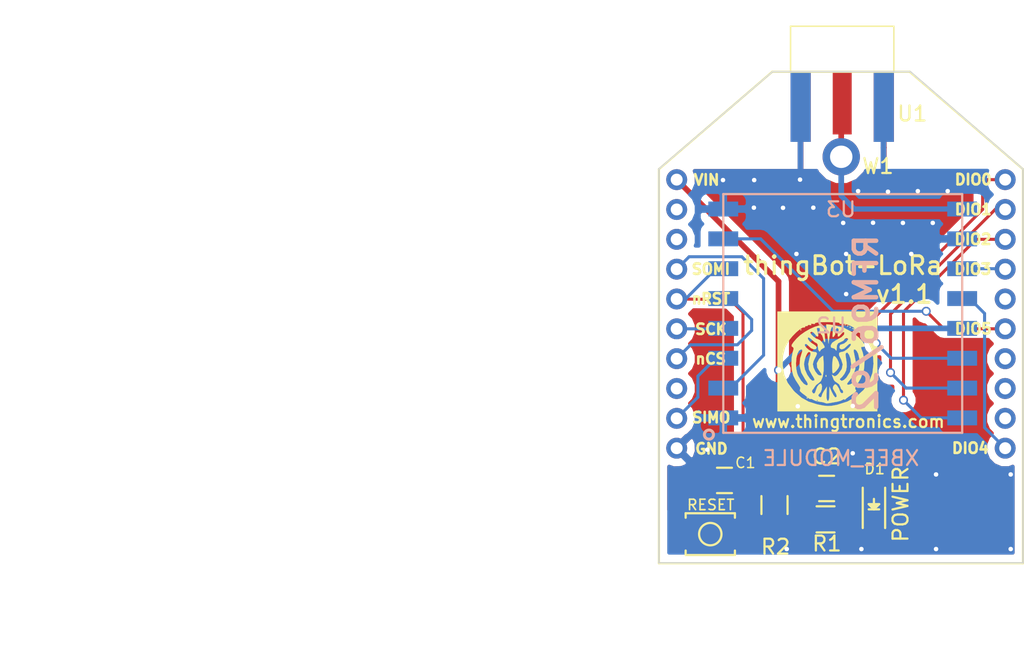
<source format=kicad_pcb>
(kicad_pcb (version 20171130) (host pcbnew "(5.1.12)-1")

  (general
    (thickness 1.6)
    (drawings 26)
    (tracks 103)
    (zones 0)
    (modules 45)
    (nets 23)
  )

  (page A4)
  (title_block
    (title "thingBot-LoRa ")
    (date 2016-12-31)
    (rev v1.1)
  )

  (layers
    (0 F.Cu signal)
    (31 B.Cu signal)
    (34 B.Paste user hide)
    (35 F.Paste user hide)
    (36 B.SilkS user)
    (37 F.SilkS user)
    (38 B.Mask user hide)
    (39 F.Mask user hide)
    (40 Dwgs.User user hide)
    (44 Edge.Cuts user)
    (45 Margin user hide)
    (48 B.Fab user hide)
    (49 F.Fab user hide)
  )

  (setup
    (last_trace_width 0.2032)
    (trace_clearance 0.2)
    (zone_clearance 0)
    (zone_45_only no)
    (trace_min 0.016)
    (via_size 0.6)
    (via_drill 0.4)
    (via_min_size 0.04)
    (via_min_drill 0.3)
    (uvia_size 0.3)
    (uvia_drill 0.1)
    (uvias_allowed no)
    (uvia_min_size 0.2)
    (uvia_min_drill 0.1)
    (edge_width 0.1)
    (segment_width 0.2)
    (pcb_text_width 0.3)
    (pcb_text_size 1.5 1.5)
    (mod_edge_width 0.15)
    (mod_text_size 1 1)
    (mod_text_width 0.15)
    (pad_size 0.5 0.5)
    (pad_drill 0.3)
    (pad_to_mask_clearance 0)
    (aux_axis_origin 0 0)
    (visible_elements 7FFFEFFF)
    (pcbplotparams
      (layerselection 0x00020_00000000)
      (usegerberextensions false)
      (usegerberattributes true)
      (usegerberadvancedattributes true)
      (creategerberjobfile true)
      (excludeedgelayer true)
      (linewidth 0.100000)
      (plotframeref false)
      (viasonmask false)
      (mode 1)
      (useauxorigin false)
      (hpglpennumber 1)
      (hpglpenspeed 20)
      (hpglpendiameter 15.000000)
      (psnegative false)
      (psa4output false)
      (plotreference true)
      (plotvalue true)
      (plotinvisibletext false)
      (padsonsilk false)
      (subtractmaskfromsilk false)
      (outputformat 1)
      (mirror false)
      (drillshape 0)
      (scaleselection 1)
      (outputdirectory "GERBERS/"))
  )

  (net 0 "")
  (net 1 nRESET)
  (net 2 GND)
  (net 3 RFM_VIN)
  (net 4 "Net-(D1-Pad1)")
  (net 5 ANT)
  (net 6 SPI_SCK)
  (net 7 SPI_nCS)
  (net 8 DIO5)
  (net 9 DIO3)
  (net 10 DIO4)
  (net 11 DIO0)
  (net 12 DIO1)
  (net 13 DIO2)
  (net 14 "Net-(U3-Pad14)")
  (net 15 "Net-(U3-Pad13)")
  (net 16 "Net-(U3-Pad8)")
  (net 17 "Net-(U3-Pad3)")
  (net 18 "Net-(U3-Pad2)")
  (net 19 SPI_SOMI)
  (net 20 SPI_SIMO)
  (net 21 "Net-(U3-Pad16)")
  (net 22 "Net-(U3-Pad12)")

  (net_class Default "This is the default net class."
    (clearance 0.2)
    (trace_width 0.2032)
    (via_dia 0.6)
    (via_drill 0.4)
    (uvia_dia 0.3)
    (uvia_drill 0.1)
  )

  (net_class Antenna ""
    (clearance 0.4)
    (trace_width 0.381)
    (via_dia 0.6)
    (via_drill 0.4)
    (uvia_dia 0.3)
    (uvia_drill 0.1)
    (add_net ANT)
  )

  (net_class Power ""
    (clearance 0.2)
    (trace_width 0.381)
    (via_dia 0.6)
    (via_drill 0.4)
    (uvia_dia 0.3)
    (uvia_drill 0.1)
    (add_net GND)
    (add_net RFM_VIN)
  )

  (net_class Signals ""
    (clearance 0.2)
    (trace_width 0.2032)
    (via_dia 0.6)
    (via_drill 0.4)
    (uvia_dia 0.3)
    (uvia_drill 0.1)
    (add_net DIO0)
    (add_net DIO1)
    (add_net DIO2)
    (add_net DIO3)
    (add_net DIO4)
    (add_net DIO5)
    (add_net "Net-(D1-Pad1)")
    (add_net "Net-(U3-Pad12)")
    (add_net "Net-(U3-Pad13)")
    (add_net "Net-(U3-Pad14)")
    (add_net "Net-(U3-Pad16)")
    (add_net "Net-(U3-Pad2)")
    (add_net "Net-(U3-Pad3)")
    (add_net "Net-(U3-Pad8)")
    (add_net SPI_SCK)
    (add_net SPI_SIMO)
    (add_net SPI_SOMI)
    (add_net SPI_nCS)
    (add_net nRESET)
  )

  (module VIA'S:VIA_0.5mm (layer F.Cu) (tedit 58652746) (tstamp 58669217)
    (at 177.37 105.26)
    (fp_text reference REF** (at 0 -2.6) (layer F.Fab) hide
      (effects (font (size 1 1) (thickness 0.15)))
    )
    (fp_text value VIA_0.5mm (at 0.05 -1.45) (layer F.Fab) hide
      (effects (font (size 1 1) (thickness 0.15)))
    )
    (pad 1 thru_hole circle (at 0 0) (size 0.5 0.5) (drill 0.3) (layers *.Cu)
      (net 2 GND) (zone_connect 2))
  )

  (module VIA'S:VIA_0.5mm (layer F.Cu) (tedit 58652746) (tstamp 58666E17)
    (at 177.35 107.11)
    (fp_text reference REF** (at 0 -2.6) (layer F.Fab) hide
      (effects (font (size 1 1) (thickness 0.15)))
    )
    (fp_text value VIA_0.5mm (at 0.05 -1.45) (layer F.Fab) hide
      (effects (font (size 1 1) (thickness 0.15)))
    )
    (pad 1 thru_hole circle (at 0 0) (size 0.5 0.5) (drill 0.3) (layers *.Cu)
      (net 2 GND) (zone_connect 2))
  )

  (module VIA'S:VIA_0.5mm (layer F.Cu) (tedit 58652746) (tstamp 58666E0E)
    (at 179.3 107.12)
    (fp_text reference REF** (at 0 -2.6) (layer F.Fab) hide
      (effects (font (size 1 1) (thickness 0.15)))
    )
    (fp_text value VIA_0.5mm (at 0.05 -1.45) (layer F.Fab) hide
      (effects (font (size 1 1) (thickness 0.15)))
    )
    (pad 1 thru_hole circle (at 0 0) (size 0.5 0.5) (drill 0.3) (layers *.Cu)
      (net 2 GND) (zone_connect 2))
  )

  (module VIA'S:VIA_0.5mm (layer F.Cu) (tedit 588CAF91) (tstamp 58666DC6)
    (at 186.03 105.9)
    (fp_text reference REF** (at 0 -2.6) (layer F.Fab) hide
      (effects (font (size 1 1) (thickness 0.15)))
    )
    (fp_text value VIA_0.5mm (at 0.05 -1.45) (layer F.Fab) hide
      (effects (font (size 1 1) (thickness 0.15)))
    )
  )

  (module VIA'S:VIA_0.5mm (layer F.Cu) (tedit 5866325D) (tstamp 586631E9)
    (at 187.89 110.29)
    (fp_text reference REF** (at 0 -2.6) (layer F.Fab) hide
      (effects (font (size 1 1) (thickness 0.15)))
    )
    (fp_text value VIA_0.5mm (at 0.05 -1.45) (layer F.Fab) hide
      (effects (font (size 1 1) (thickness 0.15)))
    )
    (pad 1 thru_hole circle (at 0 -0.08) (size 0.5 0.5) (drill 0.3) (layers *.Cu)
      (net 2 GND) (zone_connect 2))
  )

  (module VIA'S:VIA_0.5mm (layer F.Cu) (tedit 58663266) (tstamp 586631E4)
    (at 180.2 110.23)
    (fp_text reference REF** (at 0 -2.6) (layer F.Fab) hide
      (effects (font (size 1 1) (thickness 0.15)))
    )
    (fp_text value VIA_0.5mm (at 0.05 -1.45) (layer F.Fab) hide
      (effects (font (size 1 1) (thickness 0.15)))
    )
    (pad 1 thru_hole circle (at 0 -0.02) (size 0.5 0.5) (drill 0.3) (layers *.Cu)
      (net 2 GND) (zone_connect 2))
  )

  (module VIA'S:VIA_0.5mm (layer F.Cu) (tedit 58663272) (tstamp 586631E0)
    (at 183.53 110.21)
    (fp_text reference REF** (at 0 -2.6) (layer F.Fab) hide
      (effects (font (size 1 1) (thickness 0.15)))
    )
    (fp_text value VIA_0.5mm (at 0.05 -1.45) (layer F.Fab) hide
      (effects (font (size 1 1) (thickness 0.15)))
    )
    (pad 1 thru_hole circle (at 0 0) (size 0.5 0.5) (drill 0.3) (layers *.Cu)
      (net 2 GND) (zone_connect 2))
  )

  (module VIA'S:VIA_0.5mm (layer F.Cu) (tedit 5866327A) (tstamp 586631D7)
    (at 183.54 112.9)
    (fp_text reference REF** (at 0 -2.6) (layer F.Fab) hide
      (effects (font (size 1 1) (thickness 0.15)))
    )
    (fp_text value VIA_0.5mm (at 0.05 -1.45) (layer F.Fab) hide
      (effects (font (size 1 1) (thickness 0.15)))
    )
    (pad 1 thru_hole circle (at -0.01 0) (size 0.5 0.5) (drill 0.3) (layers *.Cu)
      (net 2 GND) (zone_connect 2))
  )

  (module VIA'S:VIA_0.5mm (layer F.Cu) (tedit 58652746) (tstamp 586631C4)
    (at 183.97 123.57)
    (fp_text reference REF** (at 0 -2.6) (layer F.Fab) hide
      (effects (font (size 1 1) (thickness 0.15)))
    )
    (fp_text value VIA_0.5mm (at 0.05 -1.45) (layer F.Fab) hide
      (effects (font (size 1 1) (thickness 0.15)))
    )
    (pad 1 thru_hole circle (at 0 0) (size 0.5 0.5) (drill 0.3) (layers *.Cu)
      (net 2 GND) (zone_connect 2))
  )

  (module VIA'S:VIA_0.5mm (layer F.Cu) (tedit 58652746) (tstamp 586631B9)
    (at 183.97 120.4)
    (fp_text reference REF** (at 0 -2.6) (layer F.Fab) hide
      (effects (font (size 1 1) (thickness 0.15)))
    )
    (fp_text value VIA_0.5mm (at 0.05 -1.45) (layer F.Fab) hide
      (effects (font (size 1 1) (thickness 0.15)))
    )
    (pad 1 thru_hole circle (at 0 0) (size 0.5 0.5) (drill 0.3) (layers *.Cu)
      (net 2 GND) (zone_connect 2))
  )

  (module VIA'S:VIA_0.5mm (layer F.Cu) (tedit 58652746) (tstamp 586631B2)
    (at 180.29 120.42)
    (fp_text reference REF** (at 0 -2.6) (layer F.Fab) hide
      (effects (font (size 1 1) (thickness 0.15)))
    )
    (fp_text value VIA_0.5mm (at 0.05 -1.45) (layer F.Fab) hide
      (effects (font (size 1 1) (thickness 0.15)))
    )
    (pad 1 thru_hole circle (at 0 0) (size 0.5 0.5) (drill 0.3) (layers *.Cu)
      (net 2 GND) (zone_connect 2))
  )

  (module VIA'S:VIA_0.5mm (layer F.Cu) (tedit 58652746) (tstamp 5866315C)
    (at 181.33 107.11)
    (fp_text reference REF** (at 0 -2.6) (layer F.Fab) hide
      (effects (font (size 1 1) (thickness 0.15)))
    )
    (fp_text value VIA_0.5mm (at 0.05 -1.45) (layer F.Fab) hide
      (effects (font (size 1 1) (thickness 0.15)))
    )
    (pad 1 thru_hole circle (at 0 0) (size 0.5 0.5) (drill 0.3) (layers *.Cu)
      (net 2 GND) (zone_connect 2))
  )

  (module VIA'S:VIA_0.5mm (layer F.Cu) (tedit 58652746) (tstamp 58663152)
    (at 180.44 105.23)
    (fp_text reference REF** (at 0 -2.6) (layer F.Fab) hide
      (effects (font (size 1 1) (thickness 0.15)))
    )
    (fp_text value VIA_0.5mm (at 0.05 -1.45) (layer F.Fab) hide
      (effects (font (size 1 1) (thickness 0.15)))
    )
    (pad 1 thru_hole circle (at 0 0) (size 0.5 0.5) (drill 0.3) (layers *.Cu)
      (net 2 GND) (zone_connect 2))
  )

  (module VIA'S:VIA_0.5mm (layer F.Cu) (tedit 58652746) (tstamp 58663122)
    (at 189.55 124.99)
    (fp_text reference REF** (at 0 -2.6) (layer F.Fab) hide
      (effects (font (size 1 1) (thickness 0.15)))
    )
    (fp_text value VIA_0.5mm (at 0.05 -1.45) (layer F.Fab) hide
      (effects (font (size 1 1) (thickness 0.15)))
    )
    (pad 1 thru_hole circle (at 0 0) (size 0.5 0.5) (drill 0.3) (layers *.Cu)
      (net 2 GND) (zone_connect 2))
  )

  (module VIA'S:VIA_0.5mm (layer F.Cu) (tedit 58652746) (tstamp 58663118)
    (at 194.55 124.99)
    (fp_text reference REF** (at 0 -2.6) (layer F.Fab) hide
      (effects (font (size 1 1) (thickness 0.15)))
    )
    (fp_text value VIA_0.5mm (at 0.05 -1.45) (layer F.Fab) hide
      (effects (font (size 1 1) (thickness 0.15)))
    )
    (pad 1 thru_hole circle (at 0 0) (size 0.5 0.5) (drill 0.3) (layers *.Cu)
      (net 2 GND) (zone_connect 2))
  )

  (module VIA'S:VIA_0.5mm (layer F.Cu) (tedit 58652746) (tstamp 586630D2)
    (at 194.55 129.99)
    (fp_text reference REF** (at 0 -2.6) (layer F.Fab) hide
      (effects (font (size 1 1) (thickness 0.15)))
    )
    (fp_text value VIA_0.5mm (at 0.05 -1.45) (layer F.Fab) hide
      (effects (font (size 1 1) (thickness 0.15)))
    )
    (pad 1 thru_hole circle (at 0 0) (size 0.5 0.5) (drill 0.3) (layers *.Cu)
      (net 2 GND) (zone_connect 2))
  )

  (module VIA'S:VIA_0.5mm (layer F.Cu) (tedit 58652746) (tstamp 586630CE)
    (at 189.55 129.99)
    (fp_text reference REF** (at 0 -2.6) (layer F.Fab) hide
      (effects (font (size 1 1) (thickness 0.15)))
    )
    (fp_text value VIA_0.5mm (at 0.05 -1.45) (layer F.Fab) hide
      (effects (font (size 1 1) (thickness 0.15)))
    )
    (pad 1 thru_hole circle (at 0 0) (size 0.5 0.5) (drill 0.3) (layers *.Cu)
      (net 2 GND) (zone_connect 2))
  )

  (module VIA'S:VIA_0.5mm (layer F.Cu) (tedit 58652746) (tstamp 586630CA)
    (at 184.55 129.99)
    (fp_text reference REF** (at 0 -2.6) (layer F.Fab) hide
      (effects (font (size 1 1) (thickness 0.15)))
    )
    (fp_text value VIA_0.5mm (at 0.05 -1.45) (layer F.Fab) hide
      (effects (font (size 1 1) (thickness 0.15)))
    )
    (pad 1 thru_hole circle (at 0 0) (size 0.5 0.5) (drill 0.3) (layers *.Cu)
      (net 2 GND) (zone_connect 2))
  )

  (module VIA'S:VIA_0.5mm (layer F.Cu) (tedit 5866304C) (tstamp 58662DF0)
    (at 184.33 106.67)
    (fp_text reference REF** (at 0 -2.6) (layer F.Fab) hide
      (effects (font (size 1 1) (thickness 0.15)))
    )
    (fp_text value VIA_0.5mm (at 0.05 -1.45) (layer F.Fab) hide
      (effects (font (size 1 1) (thickness 0.15)))
    )
    (pad 1 thru_hole circle (at 0 -0.67) (size 0.5 0.5) (drill 0.3) (layers *.Cu)
      (net 2 GND) (zone_connect 2))
  )

  (module VIA'S:VIA_0.5mm (layer F.Cu) (tedit 588CB01F) (tstamp 58663072)
    (at 189.33 106.67)
    (fp_text reference REF** (at 0 -2.6) (layer F.Fab) hide
      (effects (font (size 1 1) (thickness 0.15)))
    )
    (fp_text value VIA_0.5mm (at 0.05 -1.45) (layer F.Fab) hide
      (effects (font (size 1 1) (thickness 0.15)))
    )
    (pad 1 thru_hole circle (at 1 -0.67) (size 0.5 0.5) (drill 0.3) (layers *.Cu)
      (net 2 GND) (zone_connect 2))
  )

  (module VIA'S:VIA_0.5mm (layer F.Cu) (tedit 588CAC70) (tstamp 5866306E)
    (at 188.33 106.67)
    (fp_text reference REF** (at 0 -2.6) (layer F.Fab) hide
      (effects (font (size 1 1) (thickness 0.15)))
    )
    (fp_text value VIA_0.5mm (at 0.05 -1.45) (layer F.Fab) hide
      (effects (font (size 1 1) (thickness 0.15)))
    )
  )

  (module VIA'S:VIA_0.5mm (layer F.Cu) (tedit 588CB015) (tstamp 5866306A)
    (at 187.33 106.67)
    (fp_text reference REF** (at 0 -2.6) (layer F.Fab) hide
      (effects (font (size 1 1) (thickness 0.15)))
    )
    (fp_text value VIA_0.5mm (at 0.05 -1.45) (layer F.Fab) hide
      (effects (font (size 1 1) (thickness 0.15)))
    )
    (pad 1 thru_hole circle (at 1 -0.67) (size 0.5 0.5) (drill 0.3) (layers *.Cu)
      (net 2 GND) (zone_connect 2))
  )

  (module VIA'S:VIA_0.5mm (layer F.Cu) (tedit 588CACAF) (tstamp 58663066)
    (at 186.33 106.67)
    (fp_text reference REF** (at 0 -2.6) (layer F.Fab) hide
      (effects (font (size 1 1) (thickness 0.15)))
    )
    (fp_text value VIA_0.5mm (at 0.05 -1.45) (layer F.Fab) hide
      (effects (font (size 1 1) (thickness 0.15)))
    )
  )

  (module VIA'S:VIA_0.5mm (layer F.Cu) (tedit 588CB00C) (tstamp 58663062)
    (at 186.05 106.71)
    (fp_text reference REF** (at 0 -2.6) (layer F.Fab) hide
      (effects (font (size 1 1) (thickness 0.15)))
    )
    (fp_text value VIA_0.5mm (at 0.05 -1.45) (layer F.Fab) hide
      (effects (font (size 1 1) (thickness 0.15)))
    )
    (pad 1 thru_hole circle (at 0.28 -0.67) (size 0.5 0.5) (drill 0.3) (layers *.Cu)
      (net 2 GND) (zone_connect 2))
  )

  (module VIA'S:VIA_0.5mm (layer F.Cu) (tedit 588CAFC2) (tstamp 58663024)
    (at 189.03 108.13)
    (fp_text reference REF** (at 0 -2.6) (layer F.Fab) hide
      (effects (font (size 1 1) (thickness 0.15)))
    )
    (fp_text value VIA_0.5mm (at 0.05 -1.45) (layer F.Fab) hide
      (effects (font (size 1 1) (thickness 0.15)))
    )
    (pad 1 thru_hole circle (at 0.3 0) (size 0.5 0.5) (drill 0.3) (layers *.Cu)
      (net 2 GND) (zone_connect 2))
  )

  (module VIA'S:VIA_0.5mm (layer F.Cu) (tedit 588CAC8A) (tstamp 58663020)
    (at 188.03 108.13)
    (fp_text reference REF** (at 0 -2.6) (layer F.Fab) hide
      (effects (font (size 1 1) (thickness 0.15)))
    )
    (fp_text value VIA_0.5mm (at 0.05 -1.45) (layer F.Fab) hide
      (effects (font (size 1 1) (thickness 0.15)))
    )
  )

  (module VIA'S:VIA_0.5mm (layer F.Cu) (tedit 588CAFD9) (tstamp 5866301C)
    (at 187.03 108.13)
    (fp_text reference REF** (at 0 -2.6) (layer F.Fab) hide
      (effects (font (size 1 1) (thickness 0.15)))
    )
    (fp_text value VIA_0.5mm (at 0.05 -1.45) (layer F.Fab) hide
      (effects (font (size 1 1) (thickness 0.15)))
    )
    (pad 1 thru_hole circle (at 0.3 0) (size 0.5 0.5) (drill 0.3) (layers *.Cu)
      (net 2 GND) (zone_connect 2))
  )

  (module VIA'S:VIA_0.5mm (layer F.Cu) (tedit 588CAC99) (tstamp 58663018)
    (at 186.03 108.13)
    (fp_text reference REF** (at 0 -2.6) (layer F.Fab) hide
      (effects (font (size 1 1) (thickness 0.15)))
    )
    (fp_text value VIA_0.5mm (at 0.05 -1.45) (layer F.Fab) hide
      (effects (font (size 1 1) (thickness 0.15)))
    )
  )

  (module VIA'S:VIA_0.5mm (layer F.Cu) (tedit 588CAFE4) (tstamp 58663014)
    (at 185.54 108.12)
    (fp_text reference REF** (at 0 -2.6) (layer F.Fab) hide
      (effects (font (size 1 1) (thickness 0.15)))
    )
    (fp_text value VIA_0.5mm (at 0.05 -1.45) (layer F.Fab) hide
      (effects (font (size 1 1) (thickness 0.15)))
    )
    (pad 1 thru_hole circle (at -0.21 0) (size 0.5 0.5) (drill 0.3) (layers *.Cu)
      (net 2 GND) (zone_connect 2))
  )

  (module VIA'S:VIA_0.5mm (layer F.Cu) (tedit 588CB032) (tstamp 58662DAC)
    (at 184.03 108.13)
    (fp_text reference REF** (at 0 -2.6) (layer F.Fab) hide
      (effects (font (size 1 1) (thickness 0.15)))
    )
    (fp_text value VIA_0.5mm (at 0.05 -1.45) (layer F.Fab) hide
      (effects (font (size 1 1) (thickness 0.15)))
    )
    (pad 1 thru_hole circle (at -0.7 0) (size 0.5 0.5) (drill 0.3) (layers *.Cu)
      (net 2 GND) (zone_connect 2))
  )

  (module VIA'S:VIA_0.5mm (layer F.Cu) (tedit 588C6052) (tstamp 58655E62)
    (at 179.55 129.99)
    (fp_text reference REF** (at 0 -2.6) (layer F.Fab) hide
      (effects (font (size 1 1) (thickness 0.15)))
    )
    (fp_text value VIA_0.5mm (at 0.43 -1.23) (layer F.Fab) hide
      (effects (font (size 1 1) (thickness 0.15)))
    )
    (pad 1 thru_hole circle (at 0 0) (size 0.5 0.5) (drill 0.3) (layers *.Cu)
      (net 2 GND) (zone_connect 2))
  )

  (module VIA'S:VIA_0.5mm (layer F.Cu) (tedit 58652746) (tstamp 58655E5C)
    (at 175.28 105.26)
    (fp_text reference REF** (at 0 -2.6) (layer F.Fab) hide
      (effects (font (size 1 1) (thickness 0.15)))
    )
    (fp_text value VIA_0.5mm (at 0.05 -1.45) (layer F.Fab) hide
      (effects (font (size 1 1) (thickness 0.15)))
    )
    (pad 1 thru_hole circle (at 0 0) (size 0.5 0.5) (drill 0.3) (layers *.Cu)
      (net 2 GND) (zone_connect 2))
  )

  (module Capacitors_SMD:C_0805_HandSoldering (layer F.Cu) (tedit 586A02AB) (tstamp 58564708)
    (at 182.22 125.93 180)
    (descr "Capacitor SMD 0805, hand soldering")
    (tags "capacitor 0805")
    (path /58569A7D)
    (attr smd)
    (fp_text reference C2 (at 0 2.14 180) (layer F.SilkS)
      (effects (font (size 1 1) (thickness 0.15)))
    )
    (fp_text value 0.1uF (at 0.04 1.27 180) (layer F.Fab)
      (effects (font (size 0.5 0.5) (thickness 0.09)))
    )
    (fp_line (start -0.5 0.85) (end 0.5 0.85) (layer F.SilkS) (width 0.15))
    (fp_line (start 0.5 -0.85) (end -0.5 -0.85) (layer F.SilkS) (width 0.15))
    (fp_line (start 2.3 -1) (end 2.3 1) (layer F.CrtYd) (width 0.05))
    (fp_line (start -2.3 -1) (end -2.3 1) (layer F.CrtYd) (width 0.05))
    (fp_line (start -2.3 1) (end 2.3 1) (layer F.CrtYd) (width 0.05))
    (fp_line (start -2.3 -1) (end 2.3 -1) (layer F.CrtYd) (width 0.05))
    (fp_line (start -1 -0.625) (end 1 -0.625) (layer F.Fab) (width 0.15))
    (fp_line (start 1 -0.625) (end 1 0.625) (layer F.Fab) (width 0.15))
    (fp_line (start 1 0.625) (end -1 0.625) (layer F.Fab) (width 0.15))
    (fp_line (start -1 0.625) (end -1 -0.625) (layer F.Fab) (width 0.15))
    (pad 1 smd rect (at -1.25 0 180) (size 1.5 1.25) (layers F.Cu F.Paste F.Mask)
      (net 3 RFM_VIN))
    (pad 2 smd rect (at 1.25 0 180) (size 1.5 1.25) (layers F.Cu F.Paste F.Mask)
      (net 2 GND))
    (model Capacitors_SMD.3dshapes/C_0805_HandSoldering.wrl
      (at (xyz 0 0 0))
      (scale (xyz 1 1 1))
      (rotate (xyz 0 0 0))
    )
  )

  (module Resistors_SMD:R_0805_HandSoldering (layer F.Cu) (tedit 586A030A) (tstamp 58454ABB)
    (at 178.73 127.04 270)
    (descr "Resistor SMD 0805, hand soldering")
    (tags "resistor 0805")
    (path /583C38A1)
    (attr smd)
    (fp_text reference R2 (at 2.8 -0.07) (layer F.SilkS)
      (effects (font (size 1 1) (thickness 0.15)))
    )
    (fp_text value 1K (at -2.68 -0.02 270) (layer F.Fab)
      (effects (font (size 0.5 0.5) (thickness 0.09)))
    )
    (fp_line (start -0.6 -0.875) (end 0.6 -0.875) (layer F.SilkS) (width 0.15))
    (fp_line (start 0.6 0.875) (end -0.6 0.875) (layer F.SilkS) (width 0.15))
    (fp_line (start 2.4 -1) (end 2.4 1) (layer F.CrtYd) (width 0.05))
    (fp_line (start -2.4 -1) (end -2.4 1) (layer F.CrtYd) (width 0.05))
    (fp_line (start -2.4 1) (end 2.4 1) (layer F.CrtYd) (width 0.05))
    (fp_line (start -2.4 -1) (end 2.4 -1) (layer F.CrtYd) (width 0.05))
    (fp_line (start -1 -0.625) (end 1 -0.625) (layer F.Fab) (width 0.1))
    (fp_line (start 1 -0.625) (end 1 0.625) (layer F.Fab) (width 0.1))
    (fp_line (start 1 0.625) (end -1 0.625) (layer F.Fab) (width 0.1))
    (fp_line (start -1 0.625) (end -1 -0.625) (layer F.Fab) (width 0.1))
    (pad 1 smd rect (at -1.35 0 270) (size 1.5 1.3) (layers F.Cu F.Paste F.Mask)
      (net 3 RFM_VIN))
    (pad 2 smd rect (at 1.35 0 270) (size 1.5 1.3) (layers F.Cu F.Paste F.Mask)
      (net 1 nRESET))
    (model Resistors_SMD.3dshapes/R_0805_HandSoldering.wrl
      (at (xyz 0 0 0))
      (scale (xyz 1 1 1))
      (rotate (xyz 0 0 0))
    )
  )

  (module Xbee:Xbee_mod locked (layer F.Cu) (tedit 588CADD2) (tstamp 584D7580)
    (at 172.18 105.23)
    (path /5843EEBB)
    (fp_text reference U3 (at 11 2) (layer B.SilkS)
      (effects (font (size 1 1) (thickness 0.15)) (justify mirror))
    )
    (fp_text value XBEE_MODULE (at 11 18.67) (layer B.SilkS)
      (effects (font (size 1 1) (thickness 0.15)) (justify mirror))
    )
    (fp_line (start 6.4 -7.23) (end -1.19 -0.7) (layer F.SilkS) (width 0.15))
    (fp_line (start 15.6 -7.23) (end 6.4 -7.23) (layer F.SilkS) (width 0.15))
    (fp_line (start 23.19 -0.7) (end 15.6 -7.23) (layer F.SilkS) (width 0.15))
    (fp_line (start 23.19 25.71) (end 23.19 -0.7) (layer F.SilkS) (width 0.15))
    (fp_line (start -1.19 25.71) (end 23.19 25.71) (layer F.SilkS) (width 0.15))
    (fp_line (start -1.19 -0.7) (end -1.19 25.71) (layer F.SilkS) (width 0.15))
    (pad 20 thru_hole circle (at 22 0) (size 1.4 1.4) (drill 0.8) (layers *.Cu *.Mask)
      (net 11 DIO0))
    (pad 19 thru_hole circle (at 22 2) (size 1.4 1.4) (drill 0.8) (layers *.Cu *.Mask)
      (net 12 DIO1))
    (pad 18 thru_hole circle (at 22 4) (size 1.4 1.4) (drill 0.8) (layers *.Cu *.Mask)
      (net 13 DIO2))
    (pad 17 thru_hole circle (at 22 6) (size 1.4 1.4) (drill 0.8) (layers *.Cu *.Mask)
      (net 9 DIO3))
    (pad 16 thru_hole circle (at 22 8) (size 1.4 1.4) (drill 0.8) (layers *.Cu *.Mask)
      (net 21 "Net-(U3-Pad16)"))
    (pad 15 thru_hole circle (at 22 10) (size 1.4 1.4) (drill 0.8) (layers *.Cu *.Mask)
      (net 8 DIO5))
    (pad 14 thru_hole circle (at 22 12) (size 1.4 1.4) (drill 0.8) (layers *.Cu *.Mask)
      (net 14 "Net-(U3-Pad14)"))
    (pad 13 thru_hole circle (at 22 14) (size 1.4 1.4) (drill 0.8) (layers *.Cu *.Mask)
      (net 15 "Net-(U3-Pad13)"))
    (pad 12 thru_hole circle (at 22 16) (size 1.4 1.4) (drill 0.8) (layers *.Cu *.Mask)
      (net 22 "Net-(U3-Pad12)"))
    (pad 11 thru_hole circle (at 22 18) (size 1.4 1.4) (drill 0.8) (layers *.Cu *.Mask)
      (net 10 DIO4))
    (pad 10 thru_hole circle (at 0 18) (size 1.4 1.4) (drill 0.8) (layers *.Cu *.Mask)
      (net 2 GND))
    (pad 9 thru_hole circle (at 0 16) (size 1.4 1.4) (drill 0.8) (layers *.Cu *.Mask)
      (net 20 SPI_SIMO))
    (pad 8 thru_hole circle (at 0 14) (size 1.4 1.4) (drill 0.8) (layers *.Cu *.Mask)
      (net 16 "Net-(U3-Pad8)"))
    (pad 7 thru_hole circle (at 0 12) (size 1.4 1.4) (drill 0.8) (layers *.Cu *.Mask)
      (net 7 SPI_nCS))
    (pad 6 thru_hole circle (at 0 10) (size 1.4 1.4) (drill 0.8) (layers *.Cu *.Mask)
      (net 6 SPI_SCK))
    (pad 5 thru_hole circle (at 0 8) (size 1.4 1.4) (drill 0.8) (layers *.Cu *.Mask)
      (net 1 nRESET))
    (pad 4 thru_hole circle (at 0 6) (size 1.4 1.4) (drill 0.8) (layers *.Cu *.Mask)
      (net 19 SPI_SOMI))
    (pad 3 thru_hole circle (at 0 4) (size 1.4 1.4) (drill 0.8) (layers *.Cu *.Mask)
      (net 17 "Net-(U3-Pad3)"))
    (pad 2 thru_hole circle (at 0 2) (size 1.4 1.4) (drill 0.8) (layers *.Cu *.Mask)
      (net 18 "Net-(U3-Pad2)"))
    (pad 1 thru_hole circle (at 0 0) (size 1.4 1.4) (drill 0.8) (layers *.Cu *.Mask)
      (net 3 RFM_VIN))
  )

  (module LEDs:LED_0805 (layer F.Cu) (tedit 588C636A) (tstamp 58454AAF)
    (at 185.39 126.98 90)
    (descr "LED 0805 smd package")
    (tags "LED 0805 SMD")
    (path /5838C372)
    (attr smd)
    (fp_text reference D1 (at 2.36 0.05 180) (layer F.SilkS)
      (effects (font (size 0.7 0.7) (thickness 0.11)))
    )
    (fp_text value POWER (at 0 1.79 90) (layer F.SilkS)
      (effects (font (size 1 1) (thickness 0.15)))
    )
    (fp_line (start -1.9 -0.95) (end 1.9 -0.95) (layer F.CrtYd) (width 0.05))
    (fp_line (start -1.9 0.95) (end -1.9 -0.95) (layer F.CrtYd) (width 0.05))
    (fp_line (start 1.9 0.95) (end -1.9 0.95) (layer F.CrtYd) (width 0.05))
    (fp_line (start 1.9 -0.95) (end 1.9 0.95) (layer F.CrtYd) (width 0.05))
    (fp_line (start 0 0.35) (end -0.35 0) (layer F.SilkS) (width 0.15))
    (fp_line (start 0 -0.35) (end 0 0.35) (layer F.SilkS) (width 0.15))
    (fp_line (start -0.35 0) (end 0 -0.35) (layer F.SilkS) (width 0.15))
    (fp_line (start 0 0) (end 0.35 0) (layer F.SilkS) (width 0.15))
    (fp_line (start -0.35 -0.35) (end -0.35 0.35) (layer F.SilkS) (width 0.15))
    (fp_line (start -0.1 -0.1) (end -0.25 0.05) (layer F.SilkS) (width 0.15))
    (fp_line (start -0.1 0.15) (end -0.1 -0.1) (layer F.SilkS) (width 0.15))
    (fp_line (start -1.6 -0.75) (end 1.1 -0.75) (layer F.SilkS) (width 0.15))
    (fp_line (start -1.6 0.75) (end 1.1 0.75) (layer F.SilkS) (width 0.15))
    (fp_line (start -1 -0.6) (end -1 0.6) (layer F.Fab) (width 0.15))
    (fp_line (start -1 0.6) (end 1 0.6) (layer F.Fab) (width 0.15))
    (fp_line (start 1 0.6) (end 1 -0.6) (layer F.Fab) (width 0.15))
    (fp_line (start 1 -0.6) (end -1 -0.6) (layer F.Fab) (width 0.15))
    (fp_line (start 0 -0.3) (end 0 0.3) (layer F.Fab) (width 0.15))
    (fp_line (start 0 0.3) (end -0.3 0) (layer F.Fab) (width 0.15))
    (fp_line (start -0.3 0) (end 0 -0.3) (layer F.Fab) (width 0.15))
    (fp_line (start -0.4 -0.3) (end -0.4 0.3) (layer F.Fab) (width 0.15))
    (pad 2 smd rect (at 1.04902 0 270) (size 1.19888 1.19888) (layers F.Cu F.Paste F.Mask)
      (net 3 RFM_VIN))
    (pad 1 smd rect (at -1.04902 0 270) (size 1.19888 1.19888) (layers F.Cu F.Paste F.Mask)
      (net 4 "Net-(D1-Pad1)"))
    (model LEDs.3dshapes/LED_0805.wrl
      (at (xyz 0 0 0))
      (scale (xyz 1 1 1))
      (rotate (xyz 0 0 0))
    )
  )

  (module Temp:RFM92_95_96_98 (layer B.Cu) (tedit 585233AB) (tstamp 58454ADE)
    (at 175.3 121.2)
    (path /583BEAC0)
    (fp_text reference U2 (at 7.23 -6.19) (layer B.SilkS)
      (effects (font (size 1 1) (thickness 0.15)) (justify mirror))
    )
    (fp_text value RFM92/95 (at 7.99 -2.51) (layer B.Fab) hide
      (effects (font (size 1 1) (thickness 0.15)) (justify mirror))
    )
    (fp_line (start 16 1) (end 0 1) (layer B.SilkS) (width 0.15))
    (fp_line (start 16 -15) (end 16 1) (layer B.SilkS) (width 0.15))
    (fp_line (start 0 -15) (end 16 -15) (layer B.SilkS) (width 0.15))
    (fp_line (start 0 1) (end 0 -15) (layer B.SilkS) (width 0.15))
    (pad 1 smd rect (at 0 0) (size 2 1) (layers B.Cu B.Paste B.Mask)
      (net 2 GND))
    (pad 2 smd rect (at 0 -2) (size 2 1) (layers B.Cu B.Paste B.Mask)
      (net 19 SPI_SOMI))
    (pad 3 smd rect (at 0 -4) (size 2 1) (layers B.Cu B.Paste B.Mask)
      (net 20 SPI_SIMO))
    (pad 4 smd rect (at 0 -6) (size 2 1) (layers B.Cu B.Paste B.Mask)
      (net 6 SPI_SCK))
    (pad 5 smd rect (at 0 -8) (size 2 1) (layers B.Cu B.Paste B.Mask)
      (net 7 SPI_nCS))
    (pad 6 smd rect (at 0 -10) (size 2 1) (layers B.Cu B.Paste B.Mask)
      (net 1 nRESET))
    (pad 7 smd rect (at 0 -12) (size 2 1) (layers B.Cu B.Paste B.Mask)
      (net 8 DIO5))
    (pad 8 smd rect (at 0 -14) (size 2 1) (layers B.Cu B.Paste B.Mask)
      (net 2 GND))
    (pad 9 smd rect (at 16 -14) (size 2 1) (layers B.Cu B.Paste B.Mask)
      (net 5 ANT))
    (pad 10 smd rect (at 16 -12) (size 2 1) (layers B.Cu B.Paste B.Mask)
      (net 2 GND))
    (pad 11 smd rect (at 16 -10) (size 2 1) (layers B.Cu B.Paste B.Mask)
      (net 9 DIO3))
    (pad 12 smd rect (at 16 -8) (size 2 1) (layers B.Cu B.Paste B.Mask)
      (net 10 DIO4))
    (pad 13 smd rect (at 16 -6) (size 2 1) (layers B.Cu B.Paste B.Mask)
      (net 3 RFM_VIN))
    (pad 14 smd rect (at 16 -4) (size 2 1) (layers B.Cu B.Paste B.Mask)
      (net 11 DIO0))
    (pad 15 smd rect (at 16 -2) (size 2 1) (layers B.Cu B.Paste B.Mask)
      (net 12 DIO1))
    (pad 16 smd rect (at 16 0) (size 2 1) (layers B.Cu B.Paste B.Mask)
      (net 13 DIO2))
  )

  (module Capacitors_SMD:C_0805_HandSoldering (layer F.Cu) (tedit 586A0287) (tstamp 58454AA9)
    (at 175.38 125.39 180)
    (descr "Capacitor SMD 0805, hand soldering")
    (tags "capacitor 0805")
    (path /5838E25D)
    (attr smd)
    (fp_text reference C1 (at -1.4 1.18 180) (layer F.SilkS)
      (effects (font (size 0.7 0.7) (thickness 0.1)))
    )
    (fp_text value 15nF (at 0.13 1.24 180) (layer F.Fab)
      (effects (font (size 0.5 0.5) (thickness 0.09)))
    )
    (fp_line (start -0.5 0.85) (end 0.5 0.85) (layer F.SilkS) (width 0.15))
    (fp_line (start 0.5 -0.85) (end -0.5 -0.85) (layer F.SilkS) (width 0.15))
    (fp_line (start 2.3 -1) (end 2.3 1) (layer F.CrtYd) (width 0.05))
    (fp_line (start -2.3 -1) (end -2.3 1) (layer F.CrtYd) (width 0.05))
    (fp_line (start -2.3 1) (end 2.3 1) (layer F.CrtYd) (width 0.05))
    (fp_line (start -2.3 -1) (end 2.3 -1) (layer F.CrtYd) (width 0.05))
    (fp_line (start -1 -0.625) (end 1 -0.625) (layer F.Fab) (width 0.15))
    (fp_line (start 1 -0.625) (end 1 0.625) (layer F.Fab) (width 0.15))
    (fp_line (start 1 0.625) (end -1 0.625) (layer F.Fab) (width 0.15))
    (fp_line (start -1 0.625) (end -1 -0.625) (layer F.Fab) (width 0.15))
    (pad 1 smd rect (at -1.25 0 180) (size 1.5 1.25) (layers F.Cu F.Paste F.Mask)
      (net 1 nRESET))
    (pad 2 smd rect (at 1.25 0 180) (size 1.5 1.25) (layers F.Cu F.Paste F.Mask)
      (net 2 GND))
    (model Capacitors_SMD.3dshapes/C_0805_HandSoldering.wrl
      (at (xyz 0 0 0))
      (scale (xyz 1 1 1))
      (rotate (xyz 0 0 0))
    )
  )

  (module Resistors_SMD:R_0805_HandSoldering (layer F.Cu) (tedit 586A02D0) (tstamp 58454AB5)
    (at 182.15 128 180)
    (descr "Resistor SMD 0805, hand soldering")
    (tags "resistor 0805")
    (path /5838C3C9)
    (attr smd)
    (fp_text reference R1 (at -0.09 -1.63) (layer F.SilkS)
      (effects (font (size 1 1) (thickness 0.15)))
    )
    (fp_text value 1K (at -1.5 -1.49 180) (layer F.Fab)
      (effects (font (size 0.5 0.5) (thickness 0.09)))
    )
    (fp_line (start -0.6 -0.875) (end 0.6 -0.875) (layer F.SilkS) (width 0.15))
    (fp_line (start 0.6 0.875) (end -0.6 0.875) (layer F.SilkS) (width 0.15))
    (fp_line (start 2.4 -1) (end 2.4 1) (layer F.CrtYd) (width 0.05))
    (fp_line (start -2.4 -1) (end -2.4 1) (layer F.CrtYd) (width 0.05))
    (fp_line (start -2.4 1) (end 2.4 1) (layer F.CrtYd) (width 0.05))
    (fp_line (start -2.4 -1) (end 2.4 -1) (layer F.CrtYd) (width 0.05))
    (fp_line (start -1 -0.625) (end 1 -0.625) (layer F.Fab) (width 0.1))
    (fp_line (start 1 -0.625) (end 1 0.625) (layer F.Fab) (width 0.1))
    (fp_line (start 1 0.625) (end -1 0.625) (layer F.Fab) (width 0.1))
    (fp_line (start -1 0.625) (end -1 -0.625) (layer F.Fab) (width 0.1))
    (pad 1 smd rect (at -1.35 0 180) (size 1.5 1.3) (layers F.Cu F.Paste F.Mask)
      (net 4 "Net-(D1-Pad1)"))
    (pad 2 smd rect (at 1.35 0 180) (size 1.5 1.3) (layers F.Cu F.Paste F.Mask)
      (net 2 GND))
    (model Resistors_SMD.3dshapes/R_0805_HandSoldering.wrl
      (at (xyz 0 0 0))
      (scale (xyz 1 1 1))
      (rotate (xyz 0 0 0))
    )
  )

  (module sma:EDGE_SMA_5 (layer F.Cu) (tedit 58451167) (tstamp 58454ACA)
    (at 186.05 100.35 270)
    (path /583BE8AA)
    (fp_text reference U1 (at 0.46 -1.91) (layer F.SilkS)
      (effects (font (size 1 1) (thickness 0.15)))
    )
    (fp_text value EDGE_SMA (at -6.76 2.62) (layer F.Fab)
      (effects (font (size 1 1) (thickness 0.15)))
    )
    (fp_line (start -2.35 6.245) (end -5.4 6.245) (layer F.SilkS) (width 0.1))
    (fp_line (start -2.35 -0.675) (end -2.35 6.245) (layer F.SilkS) (width 0.1))
    (fp_line (start -2.35 -0.675) (end -5.4 -0.675) (layer F.SilkS) (width 0.1))
    (fp_line (start -5.4 6.245) (end -5.4 -0.675) (layer F.SilkS) (width 0.1))
    (pad 5 smd rect (at 0 5.57 270) (size 4.7 1.35) (layers B.Cu F.Paste F.Mask)
      (net 2 GND))
    (pad 3 smd rect (at 0 0 270) (size 4.7 1.35) (layers B.Cu F.Paste F.Mask)
      (net 2 GND))
    (pad 2 smd rect (at 0 0 270) (size 4.7 1.35) (layers F.Cu F.Paste F.Mask)
      (net 2 GND))
    (pad 1 smd rect (at -0.25 2.785 270) (size 4.2 1.27) (layers F.Cu F.Paste F.Mask)
      (net 5 ANT))
    (pad 4 smd rect (at 0 5.57 270) (size 4.7 1.35) (layers F.Cu F.Paste F.Mask)
      (net 2 GND))
  )

  (module logos:thingTronics_10mm (layer F.Cu) (tedit 5850D537) (tstamp 5850EFE7)
    (at 182.23 117.37)
    (fp_text reference G*** (at 6.64 -6.13) (layer F.SilkS) hide
      (effects (font (size 1.524 1.524) (thickness 0.3)))
    )
    (fp_text value LOGO (at 0.51 -5.9) (layer F.SilkS) hide
      (effects (font (size 1.524 1.524) (thickness 0.3)))
    )
    (fp_poly (pts (xy 1.27 -2.413) (xy 1.227666 -2.370667) (xy 1.185333 -2.413) (xy 1.227666 -2.455334)
      (xy 1.27 -2.413)) (layer F.SilkS) (width 0.01))
    (fp_poly (pts (xy 1.439333 -2.328334) (xy 1.397 -2.286) (xy 1.354666 -2.328334) (xy 1.397 -2.370667)
      (xy 1.439333 -2.328334)) (layer F.SilkS) (width 0.01))
    (fp_poly (pts (xy 1.608666 -2.243667) (xy 1.566333 -2.201334) (xy 1.524 -2.243667) (xy 1.566333 -2.286)
      (xy 1.608666 -2.243667)) (layer F.SilkS) (width 0.01))
    (fp_poly (pts (xy -1.693334 -2.074334) (xy -1.735667 -2.032) (xy -1.778 -2.074334) (xy -1.735667 -2.116667)
      (xy -1.693334 -2.074334)) (layer F.SilkS) (width 0.01))
    (fp_poly (pts (xy 0.582418 -0.27116) (xy 0.697568 -0.11876) (xy 0.795765 0.086132) (xy 0.845347 0.288334)
      (xy 0.846666 0.319703) (xy 0.792451 0.466622) (xy 0.664618 0.644837) (xy 0.515382 0.792081)
      (xy 0.404767 0.846666) (xy 0.381411 0.769384) (xy 0.368202 0.566765) (xy 0.367994 0.282647)
      (xy 0.368005 0.282184) (xy 0.390651 -0.051577) (xy 0.437236 -0.258988) (xy 0.48198 -0.315883)
      (xy 0.582418 -0.27116)) (layer F.SilkS) (width 0.01))
    (fp_poly (pts (xy -0.028223 0.959555) (xy -0.01809 1.060035) (xy -0.028223 1.072444) (xy -0.078557 1.060822)
      (xy -0.084667 1.016) (xy -0.053689 0.946309) (xy -0.028223 0.959555)) (layer F.SilkS) (width 0.01))
    (fp_poly (pts (xy -1.27 2.497666) (xy -1.312334 2.54) (xy -1.354667 2.497666) (xy -1.312334 2.455333)
      (xy -1.27 2.497666)) (layer F.SilkS) (width 0.01))
    (fp_poly (pts (xy 0.251996 -2.415461) (xy 0.483617 -2.381147) (xy 1.158463 -2.203484) (xy 1.739134 -1.896157)
      (xy 2.150414 -1.552675) (xy 2.401361 -1.277601) (xy 2.523607 -1.077276) (xy 2.513667 -0.959941)
      (xy 2.413 -0.931334) (xy 2.328756 -0.930337) (xy 2.298805 -0.899202) (xy 2.322876 -0.795713)
      (xy 2.400699 -0.577654) (xy 2.410558 -0.550334) (xy 2.534418 0.025124) (xy 2.490415 0.600777)
      (xy 2.27806 1.179512) (xy 2.054508 1.551505) (xy 1.923699 1.763156) (xy 1.895477 1.885118)
      (xy 1.943121 1.94473) (xy 1.969459 2.01536) (xy 1.863972 2.128603) (xy 1.683862 2.255099)
      (xy 1.460077 2.408416) (xy 1.296853 2.53515) (xy 1.250129 2.58154) (xy 1.193063 2.616318)
      (xy 1.186629 2.593133) (xy 1.135046 2.572851) (xy 1.076038 2.609972) (xy 0.920672 2.685429)
      (xy 0.691412 2.745789) (xy 0.673871 2.748798) (xy 0.402015 2.795959) (xy 0.165252 2.840766)
      (xy -0.015523 2.85551) (xy -0.103647 2.831464) (xy -0.216213 2.789125) (xy -0.424127 2.75388)
      (xy -0.464828 2.749684) (xy -0.705785 2.703171) (xy -0.791327 2.667) (xy -0.677334 2.667)
      (xy -0.635 2.709333) (xy -0.592667 2.667) (xy -0.635 2.624666) (xy -0.677334 2.667)
      (xy -0.791327 2.667) (xy -0.884258 2.627705) (xy -0.896475 2.618463) (xy -1.020022 2.55434)
      (xy -1.067435 2.563212) (xy -1.15687 2.549956) (xy -1.26899 2.469444) (xy -1.453586 2.316451)
      (xy -1.650334 2.170632) (xy -1.800173 2.031747) (xy -1.792735 1.928272) (xy -1.790283 1.925748)
      (xy -1.770967 1.803957) (xy -1.885697 1.599711) (xy -1.907264 1.570892) (xy -2.084599 1.299232)
      (xy -2.235077 1.007066) (xy -2.241048 0.992995) (xy -2.328537 0.656126) (xy -2.365619 0.233443)
      (xy -2.363002 0.157055) (xy -2.062316 0.157055) (xy -2.047063 0.511062) (xy -1.982536 0.836545)
      (xy -1.911256 1.016) (xy -1.721157 1.329615) (xy -1.532323 1.546495) (xy -1.368875 1.641786)
      (xy -1.30804 1.637636) (xy -1.265336 1.571426) (xy -1.325384 1.426514) (xy -1.444303 1.249703)
      (xy -1.706557 0.791778) (xy -1.818172 0.331597) (xy -1.812699 0.255485) (xy -1.524 0.255485)
      (xy -1.465066 0.578146) (xy -1.310822 0.930729) (xy -1.119668 1.2065) (xy -0.969257 1.338147)
      (xy -0.854207 1.329082) (xy -0.822106 1.301883) (xy -0.83496 1.20872) (xy -0.931191 1.040037)
      (xy -0.976626 0.977313) (xy -1.18814 0.597973) (xy -1.237804 0.208611) (xy -1.160525 -0.146003)
      (xy -1.086162 -0.406829) (xy -1.093059 -0.546038) (xy -1.183967 -0.592046) (xy -1.203765 -0.592667)
      (xy -1.290502 -0.518371) (xy -1.38555 -0.331971) (xy -1.468246 -0.088197) (xy -1.517923 0.158219)
      (xy -1.524 0.255485) (xy -1.812699 0.255485) (xy -1.782589 -0.163218) (xy -1.643468 -0.624099)
      (xy -1.647606 -0.741126) (xy -1.716337 -0.762) (xy -1.855305 -0.685004) (xy -1.962149 -0.480089)
      (xy -2.032582 -0.186365) (xy -2.062316 0.157055) (xy -2.363002 0.157055) (xy -2.350808 -0.198755)
      (xy -2.282621 -0.564172) (xy -2.27197 -0.596523) (xy -2.217005 -0.801039) (xy -2.242044 -0.896604)
      (xy -2.27197 -0.912546) (xy -2.3551 -0.971928) (xy -2.341081 -1.079401) (xy -2.219909 -1.257325)
      (xy -2.010834 -1.496322) (xy -1.757128 -1.729558) (xy -1.452889 -1.94481) (xy -1.127632 -2.129587)
      (xy -0.810873 -2.271398) (xy -0.53213 -2.357752) (xy -0.320918 -2.376157) (xy -0.206752 -2.314122)
      (xy -0.19489 -2.264834) (xy -0.184078 -2.128087) (xy -0.158812 -1.882628) (xy -0.132606 -1.651)
      (xy -0.107113 -1.373178) (xy -0.115496 -1.248798) (xy -0.15874 -1.265197) (xy -0.162198 -1.27)
      (xy -0.241554 -1.455014) (xy -0.252704 -1.5348) (xy -0.314519 -1.701988) (xy -0.382912 -1.779587)
      (xy -0.470399 -1.945591) (xy -0.461873 -2.043954) (xy -0.464192 -2.174519) (xy -0.544628 -2.201334)
      (xy -0.638172 -2.198959) (xy -0.668141 -2.16) (xy -0.642634 -2.036708) (xy -0.598577 -1.883275)
      (xy -0.567011 -1.677285) (xy -0.614733 -1.609907) (xy -0.721805 -1.692607) (xy -0.781649 -1.778001)
      (xy -0.900791 -1.901674) (xy -1.025325 -1.949402) (xy -1.097531 -1.903195) (xy -1.100667 -1.877426)
      (xy -1.03607 -1.756166) (xy -0.883848 -1.608197) (xy -0.706355 -1.48542) (xy -0.574358 -1.439334)
      (xy -0.445131 -1.373094) (xy -0.296131 -1.20934) (xy -0.266048 -1.164655) (xy -0.158005 -0.984675)
      (xy -0.140265 -0.895706) (xy -0.211558 -0.846322) (xy -0.257734 -0.828717) (xy -0.392239 -0.740301)
      (xy -0.423334 -0.675065) (xy -0.475043 -0.62196) (xy -0.508 -0.635) (xy -0.569 -0.749457)
      (xy -0.592667 -0.936331) (xy -0.618773 -1.112483) (xy -0.681182 -1.185334) (xy -0.795128 -1.240463)
      (xy -0.959505 -1.375796) (xy -0.986495 -1.402132) (xy -1.140423 -1.530971) (xy -1.244175 -1.572779)
      (xy -1.254819 -1.567404) (xy -1.262159 -1.457624) (xy -1.159272 -1.307228) (xy -0.981754 -1.161682)
      (xy -0.902357 -1.117214) (xy -0.740702 -1.000404) (xy -0.677334 -0.884381) (xy -0.736182 -0.780324)
      (xy -0.879225 -0.770138) (xy -1.056212 -0.844749) (xy -1.20521 -0.979706) (xy -1.358875 -1.124009)
      (xy -1.461515 -1.112353) (xy -1.464319 -1.00924) (xy -1.360279 -0.86739) (xy -1.193025 -0.725724)
      (xy -1.006187 -0.623163) (xy -0.881945 -0.595343) (xy -0.70176 -0.566975) (xy -0.654483 -0.4722)
      (xy -0.732149 -0.28517) (xy -0.767794 -0.224833) (xy -0.878706 0.01029) (xy -0.930516 0.224928)
      (xy -0.931017 0.240936) (xy -0.883601 0.467862) (xy -0.76658 0.713113) (xy -0.618722 0.906776)
      (xy -0.526007 0.971286) (xy -0.372252 0.993926) (xy -0.337682 0.917252) (xy -0.428122 0.767739)
      (xy -0.471134 0.721896) (xy -0.645231 0.448073) (xy -0.660428 0.157029) (xy -0.516938 -0.116452)
      (xy -0.465667 -0.169334) (xy -0.322206 -0.292174) (xy -0.245227 -0.335183) (xy -0.24212 -0.332259)
      (xy -0.231963 -0.235138) (xy -0.217665 -0.019518) (xy -0.20519 0.211666) (xy -0.211386 0.694788)
      (xy -0.27681 1.0874) (xy -0.394837 1.363404) (xy -0.528362 1.485391) (xy -0.714621 1.625961)
      (xy -0.797408 1.735666) (xy -0.901748 1.894351) (xy -0.963348 1.959033) (xy -0.993813 2.06013)
      (xy -0.929247 2.168966) (xy -0.848398 2.201333) (xy -0.780902 2.128499) (xy -0.720992 1.953365)
      (xy -0.720952 1.953183) (xy -0.642161 1.745753) (xy -0.527136 1.59092) (xy -0.413271 1.531364)
      (xy -0.368371 1.55074) (xy -0.315973 1.702166) (xy -0.333818 1.91602) (xy -0.408802 2.10733)
      (xy -0.463562 2.16793) (xy -0.557733 2.288851) (xy -0.553815 2.365033) (xy -0.446892 2.449911)
      (xy -0.3554 2.415815) (xy -0.338109 2.3495) (xy -0.292926 2.213217) (xy -0.182958 2.018246)
      (xy -0.163848 1.989666) (xy 0.009856 1.735666) (xy -0.016239 2.194006) (xy -0.015254 2.507947)
      (xy 0.033415 2.666888) (xy 0.0635 2.687894) (xy 0.127935 2.654784) (xy 0.163807 2.488802)
      (xy 0.175313 2.229555) (xy 0.181294 1.735666) (xy 0.341175 2.0955) (xy 0.453333 2.308983)
      (xy 0.554475 2.43796) (xy 0.589194 2.455333) (xy 0.670957 2.398886) (xy 0.635501 2.241755)
      (xy 0.516082 2.04335) (xy 0.413583 1.865438) (xy 0.420973 1.736962) (xy 0.461339 1.671235)
      (xy 0.55247 1.572379) (xy 0.635323 1.605339) (xy 0.698516 1.672954) (xy 0.818248 1.862937)
      (xy 0.859092 1.98265) (xy 0.924133 2.123274) (xy 1.019336 2.18349) (xy 1.090706 2.141229)
      (xy 1.100666 2.081388) (xy 1.060042 1.964216) (xy 1.021888 1.947333) (xy 0.950099 1.875343)
      (xy 0.916055 1.756833) (xy 0.822076 1.574075) (xy 0.798514 1.556343) (xy 1.354666 1.556343)
      (xy 1.414888 1.611439) (xy 1.551269 1.59132) (xy 1.697386 1.512116) (xy 1.749406 1.4605)
      (xy 2.036544 0.974231) (xy 2.185833 0.437765) (xy 2.189877 -0.107902) (xy 2.099658 -0.480823)
      (xy 2.002622 -0.66245) (xy 1.895816 -0.757412) (xy 1.815887 -0.753998) (xy 1.79948 -0.6405)
      (xy 1.815858 -0.5715) (xy 1.932468 0.015826) (xy 1.914104 0.542847) (xy 1.762986 0.990765)
      (xy 1.60449 1.219487) (xy 1.453584 1.402055) (xy 1.3647 1.530262) (xy 1.354666 1.556343)
      (xy 0.798514 1.556343) (xy 0.703711 1.485) (xy 0.537889 1.369133) (xy 0.470823 1.273333)
      (xy 0.457033 1.238461) (xy 0.874476 1.238461) (xy 0.889 1.27) (xy 0.997205 1.348958)
      (xy 1.150303 1.286299) (xy 1.316468 1.130536) (xy 1.557816 0.751425) (xy 1.648449 0.30988)
      (xy 1.588739 -0.151172) (xy 1.491613 -0.408157) (xy 1.38737 -0.539745) (xy 1.351833 -0.550334)
      (xy 1.259791 -0.48471) (xy 1.257751 -0.381) (xy 1.32479 0.071009) (xy 1.337251 0.402804)
      (xy 1.292393 0.655372) (xy 1.187472 0.869704) (xy 1.172583 0.892064) (xy 1.03393 1.073845)
      (xy 0.926885 1.176397) (xy 0.905169 1.184754) (xy 0.874476 1.238461) (xy 0.457033 1.238461)
      (xy 0.391407 1.072519) (xy 0.367176 1.016) (xy 0.344698 0.934471) (xy 0.4202 0.979139)
      (xy 0.437541 0.993285) (xy 0.543976 1.040859) (xy 0.66502 0.980945) (xy 0.783937 0.866285)
      (xy 1.008488 0.553095) (xy 1.069343 0.245662) (xy 0.969887 -0.07778) (xy 0.939288 -0.132531)
      (xy 0.821303 -0.382432) (xy 0.829571 -0.530328) (xy 0.96672 -0.589932) (xy 1.027509 -0.592667)
      (xy 1.176499 -0.640482) (xy 1.350471 -0.757955) (xy 1.508572 -0.906126) (xy 1.609948 -1.046037)
      (xy 1.613745 -1.138728) (xy 1.606204 -1.144522) (xy 1.499543 -1.123234) (xy 1.358839 -0.99769)
      (xy 1.345122 -0.980764) (xy 1.168289 -0.819969) (xy 0.998893 -0.763837) (xy 0.878933 -0.816533)
      (xy 0.846666 -0.931334) (xy 0.90738 -1.074075) (xy 1.002877 -1.100667) (xy 1.162379 -1.156595)
      (xy 1.328556 -1.285132) (xy 1.431298 -1.427403) (xy 1.439333 -1.467167) (xy 1.370394 -1.517673)
      (xy 1.312333 -1.524) (xy 1.199698 -1.475954) (xy 1.185333 -1.43493) (xy 1.113951 -1.348293)
      (xy 0.941182 -1.260814) (xy 0.931333 -1.257314) (xy 0.756779 -1.169473) (xy 0.683019 -1.028509)
      (xy 0.667511 -0.859551) (xy 0.652865 -0.699204) (xy 0.628136 -0.672737) (xy 0.61897 -0.6985)
      (xy 0.513727 -0.820481) (xy 0.411236 -0.846667) (xy 0.284245 -0.88944) (xy 0.269278 -1.036258)
      (xy 0.362026 -1.202769) (xy 0.602115 -1.368125) (xy 0.701363 -1.417795) (xy 0.991366 -1.58568)
      (xy 1.155519 -1.747961) (xy 1.178033 -1.886858) (xy 1.151512 -1.924711) (xy 1.070213 -1.905655)
      (xy 0.966918 -1.794059) (xy 0.826892 -1.637391) (xy 0.744999 -1.630018) (xy 0.738762 -1.766664)
      (xy 0.760172 -1.856294) (xy 0.796029 -2.04559) (xy 0.782484 -2.152627) (xy 0.671717 -2.200061)
      (xy 0.605376 -2.095246) (xy 0.592666 -1.957701) (xy 0.554507 -1.7463) (xy 0.475851 -1.617119)
      (xy 0.407336 -1.583793) (xy 0.383852 -1.657612) (xy 0.398172 -1.866631) (xy 0.402195 -1.903086)
      (xy 0.41674 -2.167045) (xy 0.392193 -2.282391) (xy 0.342051 -2.261471) (xy 0.279812 -2.116633)
      (xy 0.218974 -1.860223) (xy 0.196027 -1.714501) (xy 0.118254 -1.143) (xy 0.034333 -1.778)
      (xy -0.00403 -2.084481) (xy -0.029094 -2.316997) (xy -0.036323 -2.432597) (xy -0.035356 -2.437717)
      (xy 0.048459 -2.438454) (xy 0.251996 -2.415461)) (layer F.SilkS) (width 0.01))
    (fp_poly (pts (xy 3.386666 3.386666) (xy -3.302 3.386666) (xy -3.302 0.295377) (xy -2.950585 0.295377)
      (xy -2.949588 0.313193) (xy -2.849243 0.93169) (xy -2.614763 1.479418) (xy -2.230434 1.990246)
      (xy -2.116497 2.108773) (xy -1.681037 2.482178) (xy -1.217945 2.739298) (xy -0.662697 2.914944)
      (xy -0.592667 2.930909) (xy -0.221596 3.005236) (xy 0.059911 3.034462) (xy 0.325161 3.01983)
      (xy 0.647456 2.962581) (xy 0.694332 2.952719) (xy 1.38609 2.732469) (xy 1.98222 2.394316)
      (xy 2.468849 1.953919) (xy 2.832103 1.42694) (xy 3.058112 0.82904) (xy 3.133085 0.199562)
      (xy 3.105259 -0.235093) (xy 3.030783 -0.64343) (xy 2.985055 -0.795139) (xy 2.868078 -1.047301)
      (xy 2.701524 -1.317725) (xy 2.513098 -1.571577) (xy 2.330507 -1.77402) (xy 2.181454 -1.890221)
      (xy 2.10706 -1.899063) (xy 2.049392 -1.915755) (xy 2.051068 -1.962207) (xy 2.003704 -2.057816)
      (xy 1.932142 -2.075414) (xy 1.768126 -2.117594) (xy 1.720475 -2.152488) (xy 1.7104 -2.18911)
      (xy 1.756833 -2.167578) (xy 1.850917 -2.138221) (xy 1.862666 -2.152283) (xy 1.78958 -2.236704)
      (xy 1.60919 -2.333934) (xy 1.379796 -2.42145) (xy 1.159701 -2.476728) (xy 1.015262 -2.479673)
      (xy 0.882232 -2.467107) (xy 0.870694 -2.510381) (xy 0.815611 -2.54856) (xy 0.608168 -2.575699)
      (xy 0.265081 -2.59015) (xy 0.042333 -2.592103) (xy -0.363735 -2.584787) (xy -0.642716 -2.563938)
      (xy -0.777895 -2.531206) (xy -0.786028 -2.510381) (xy -0.809719 -2.463352) (xy -0.918211 -2.476434)
      (xy -1.045605 -2.485709) (xy -1.044562 -2.43305) (xy -1.04988 -2.377698) (xy -1.129111 -2.395955)
      (xy -1.246257 -2.402091) (xy -1.27 -2.363013) (xy -1.322028 -2.314925) (xy -1.354667 -2.328334)
      (xy -1.432561 -2.318812) (xy -1.439334 -2.286001) (xy -1.486945 -2.227205) (xy -1.513915 -2.237434)
      (xy -1.628828 -2.218168) (xy -1.817747 -2.0973) (xy -2.046776 -1.903731) (xy -2.282016 -1.666362)
      (xy -2.489572 -1.414091) (xy -2.505431 -1.392074) (xy -2.784307 -0.890041) (xy -2.929346 -0.340401)
      (xy -2.950585 0.295377) (xy -3.302 0.295377) (xy -3.302 -3.302) (xy 3.386666 -3.302)
      (xy 3.386666 3.386666)) (layer F.SilkS) (width 0.01))
  )

  (module Wire_Pads:SolderWirePad_single_2mmDrill (layer F.Cu) (tedit 588CAD15) (tstamp 58454AFB)
    (at 183.2 103.7)
    (path /5836ECB3)
    (fp_text reference W1 (at 2.46 0.63) (layer F.SilkS)
      (effects (font (size 1 1) (thickness 0.15)))
    )
    (fp_text value WIRE_ANT (at 4.8 0.22) (layer F.Fab)
      (effects (font (size 1 1) (thickness 0.15)))
    )
    (pad 1 thru_hole circle (at 0 0) (size 2.5 2.5) (drill 1.5) (layers *.Cu F.Mask)
      (net 5 ANT))
  )

  (module VIA'S:VIA_0.5mm (layer F.Cu) (tedit 58652746) (tstamp 58655E55)
    (at 174.23 123.33)
    (fp_text reference REF** (at 0 -2.6) (layer F.Fab) hide
      (effects (font (size 1 1) (thickness 0.15)))
    )
    (fp_text value VIA_0.5mm (at 0.05 -1.45) (layer F.Fab) hide
      (effects (font (size 1 1) (thickness 0.15)))
    )
    (pad 1 thru_hole circle (at 0 0) (size 0.5 0.5) (drill 0.3) (layers *.Cu)
      (net 2 GND) (zone_connect 2))
  )

  (module "Fab Details table:Fab Details table" (layer F.Cu) (tedit 586A5B1E) (tstamp 5866513C)
    (at 127.11 93.44)
    (fp_text reference REF** (at 7 -4) (layer Dwgs.User) hide
      (effects (font (size 1 1) (thickness 0.15)))
    )
    (fp_text value "Fab Details table" (at 6 -2) (layer F.Fab)
      (effects (font (size 1 1) (thickness 0.15)))
    )
    (fp_line (start 0 43) (end 30 43) (layer Dwgs.User) (width 0.1))
    (fp_line (start 18 43) (end 18 3) (layer Dwgs.User) (width 0.1))
    (fp_line (start 0 39) (end 30 39) (layer Dwgs.User) (width 0.1))
    (fp_line (start 0 37) (end 30 37) (layer Dwgs.User) (width 0.1))
    (fp_line (start 0 35) (end 30 35) (layer Dwgs.User) (width 0.1))
    (fp_line (start 0 33) (end 30 33) (layer Dwgs.User) (width 0.1))
    (fp_line (start 0 31) (end 30 31) (layer Dwgs.User) (width 0.1))
    (fp_line (start 0 29) (end 30 29) (layer Dwgs.User) (width 0.1))
    (fp_line (start 0 27) (end 30 27) (layer Dwgs.User) (width 0.1))
    (fp_line (start 0 25) (end 30 25) (layer Dwgs.User) (width 0.1))
    (fp_line (start 0 23) (end 30 23) (layer Dwgs.User) (width 0.1))
    (fp_line (start 0 21) (end 30 21) (layer Dwgs.User) (width 0.1))
    (fp_line (start 0 19) (end 30 19) (layer Dwgs.User) (width 0.1))
    (fp_line (start 0 17) (end 30 17) (layer Dwgs.User) (width 0.1))
    (fp_line (start 0 15) (end 30 15) (layer Dwgs.User) (width 0.1))
    (fp_line (start 0 11) (end 30 11) (layer Dwgs.User) (width 0.1))
    (fp_line (start 0 13) (end 30 13) (layer Dwgs.User) (width 0.1))
    (fp_line (start 0 9) (end 30 9) (layer Dwgs.User) (width 0.1))
    (fp_line (start 0 7) (end 30 7) (layer Dwgs.User) (width 0.1))
    (fp_line (start 0 5) (end 30 5) (layer Dwgs.User) (width 0.1))
    (fp_line (start 0 0) (end 30 0) (layer Dwgs.User) (width 0.1))
    (fp_line (start 0 3) (end 30 3) (layer Dwgs.User) (width 0.1))
    (fp_line (start 30 0) (end 30 43) (layer Dwgs.User) (width 0.1))
    (fp_line (start 0 41) (end 30 41) (layer Dwgs.User) (width 0.1))
    (fp_line (start 0 0) (end 0 43) (layer Dwgs.User) (width 0.1))
    (fp_text user "PCB Size (mm)" (at 6 4) (layer Dwgs.User)
      (effects (font (size 1 1) (thickness 0.15)))
    )
    (fp_text user "Fabrication Details" (at 9 2) (layer Dwgs.User)
      (effects (font (size 1.2 1.2) (thickness 0.15)))
    )
    (fp_text user "No of Layers" (at 5.3 6) (layer Dwgs.User)
      (effects (font (size 1 1) (thickness 0.15)))
    )
    (fp_text user "Min Line Width" (at 6 8) (layer Dwgs.User)
      (effects (font (size 1 1) (thickness 0.15)))
    )
    (fp_text user "Min Spacing" (at 5.1 10) (layer Dwgs.User)
      (effects (font (size 1 1) (thickness 0.15)))
    )
    (fp_text user "Slot Present" (at 5.1 11.8) (layer Dwgs.User)
      (effects (font (size 1 1) (thickness 0.15)))
    )
    (fp_text user "SMD Present" (at 5.1 14) (layer Dwgs.User)
      (effects (font (size 1 1) (thickness 0.15)))
    )
    (fp_text user "Mask Covering VIAS" (at 7.7 16) (layer Dwgs.User)
      (effects (font (size 1 1) (thickness 0.15)))
    )
    (fp_text user "Unterminated Trace" (at 7.6 18) (layer Dwgs.User)
      (effects (font (size 1 1) (thickness 0.15)))
    )
    (fp_text user "Mask Clearence" (at 6.1 20) (layer Dwgs.User)
      (effects (font (size 1 1) (thickness 0.15)))
    )
    (fp_text user "Legend on Pads" (at 6.3 22) (layer Dwgs.User)
      (effects (font (size 1 1) (thickness 0.15)))
    )
    (fp_text user "Board Thickness" (at 6.3 24) (layer Dwgs.User)
      (effects (font (size 1 1) (thickness 0.15)))
    )
    (fp_text user Material (at 3.2 26.2) (layer Dwgs.User)
      (effects (font (size 1 1) (thickness 0.15)))
    )
    (fp_text user "Legend on Both Sides" (at 8.6 28.1) (layer Dwgs.User)
      (effects (font (size 1 1) (thickness 0.15)))
    )
    (fp_text user "Mask on Both Sides" (at 7.8 30.1) (layer Dwgs.User)
      (effects (font (size 1 1) (thickness 0.15)))
    )
    (fp_text user "Impedence Control" (at 7.3 32) (layer Dwgs.User)
      (effects (font (size 1 1) (thickness 0.15)))
    )
    (fp_text user "Copper Thickness" (at 6.8 33.9) (layer Dwgs.User)
      (effects (font (size 1 1) (thickness 0.15)))
    )
    (fp_text user Finish (at 2.5 36.1) (layer Dwgs.User)
      (effects (font (size 1 1) (thickness 0.15)))
    )
    (fp_text user BBT (at 1.6 38) (layer Dwgs.User)
      (effects (font (size 1 1) (thickness 0.15)))
    )
    (fp_text user FBT (at 1.6 40.1) (layer Dwgs.User)
      (effects (font (size 1 1) (thickness 0.15)))
    )
    (fp_text user "Solder Mask Color" (at 7.1 41.8) (layer Dwgs.User)
      (effects (font (size 1 1) (thickness 0.15)))
    )
    (fp_text user "2 Layers" (at 23.87 6) (layer Dwgs.User)
      (effects (font (size 1 1) (thickness 0.15)))
    )
    (fp_text user "8 mils" (at 23 8) (layer Dwgs.User)
      (effects (font (size 1 1) (thickness 0.15)))
    )
    (fp_text user "8 mils" (at 23 10) (layer Dwgs.User)
      (effects (font (size 1 1) (thickness 0.15)))
    )
    (fp_text user Yes (at 22 12) (layer Dwgs.User)
      (effects (font (size 1 1) (thickness 0.15)))
    )
    (fp_text user Yes (at 22 14) (layer Dwgs.User)
      (effects (font (size 1 1) (thickness 0.15)))
    )
    (fp_text user Yes (at 22 16) (layer Dwgs.User)
      (effects (font (size 1 1) (thickness 0.15)))
    )
    (fp_text user No (at 22 18) (layer Dwgs.User)
      (effects (font (size 1 1) (thickness 0.15)))
    )
    (fp_text user "6 mils" (at 23 20) (layer Dwgs.User)
      (effects (font (size 1 1) (thickness 0.15)))
    )
    (fp_text user No (at 22 22) (layer Dwgs.User)
      (effects (font (size 1 1) (thickness 0.15)))
    )
    (fp_text user "1.6 mm" (at 23 24) (layer Dwgs.User)
      (effects (font (size 1 1) (thickness 0.15)))
    )
    (fp_text user FR4 (at 22 26) (layer Dwgs.User)
      (effects (font (size 1 1) (thickness 0.15)))
    )
    (fp_text user Yes (at 22 27.95) (layer Dwgs.User)
      (effects (font (size 1 1) (thickness 0.15)))
    )
    (fp_text user Yes (at 22 30) (layer Dwgs.User)
      (effects (font (size 1 1) (thickness 0.15)))
    )
    (fp_text user No (at 22 32) (layer Dwgs.User)
      (effects (font (size 1 1) (thickness 0.15)))
    )
    (fp_text user "1 oz" (at 22.35 34.06) (layer Dwgs.User)
      (effects (font (size 1 1) (thickness 0.15)))
    )
    (fp_text user "HASL Finish" (at 25 36) (layer Dwgs.User)
      (effects (font (size 1 1) (thickness 0.15)))
    )
    (fp_text user Yes (at 22 38) (layer Dwgs.User)
      (effects (font (size 1 1) (thickness 0.15)))
    )
    (fp_text user Yes (at 22 40) (layer Dwgs.User)
      (effects (font (size 1 1) (thickness 0.15)))
    )
    (fp_text user BLUE (at 22.6 42.15) (layer Dwgs.User)
      (effects (font (size 1 1) (thickness 0.15)))
    )
  )

  (module switches:SW_SPST_B3U-1000P_SUNROM (layer F.Cu) (tedit 588C6330) (tstamp 58454AC1)
    (at 174.43 128.99)
    (descr "Ultra-small-sized Tactile Switch with High Contact Reliability, Top-actuated Model, without Ground Terminal, without Boss")
    (tags "Tactile Switch")
    (path /5838DE71)
    (attr smd)
    (fp_text reference RESET (at 0.03 -1.96) (layer F.SilkS)
      (effects (font (size 0.7 0.7) (thickness 0.11)))
    )
    (fp_text value RESET (at 3.24 0.01 90) (layer F.Fab)
      (effects (font (size 0.5 0.5) (thickness 0.09)))
    )
    (fp_line (start -1.5 1.25) (end -1.5 -1.25) (layer F.Fab) (width 0.15))
    (fp_line (start 1.5 1.25) (end -1.5 1.25) (layer F.Fab) (width 0.15))
    (fp_line (start 1.5 -1.25) (end 1.5 1.25) (layer F.Fab) (width 0.15))
    (fp_line (start -1.5 -1.25) (end 1.5 -1.25) (layer F.Fab) (width 0.15))
    (fp_line (start 1.65 -1.4) (end 1.65 -1.1) (layer F.SilkS) (width 0.15))
    (fp_line (start -1.65 -1.4) (end 1.65 -1.4) (layer F.SilkS) (width 0.15))
    (fp_line (start -1.65 -1.1) (end -1.65 -1.4) (layer F.SilkS) (width 0.15))
    (fp_line (start 1.65 1.4) (end 1.65 1.1) (layer F.SilkS) (width 0.15))
    (fp_line (start -1.65 1.4) (end 1.65 1.4) (layer F.SilkS) (width 0.15))
    (fp_line (start -1.65 1.1) (end -1.65 1.4) (layer F.SilkS) (width 0.15))
    (fp_circle (center 0 0) (end 0.75 0) (layer F.SilkS) (width 0.15))
    (fp_line (start -2.8 -1.65) (end -2.8 1.65) (layer F.CrtYd) (width 0.05))
    (fp_line (start 2.8 -1.65) (end -2.8 -1.65) (layer F.CrtYd) (width 0.05))
    (fp_line (start 2.8 1.65) (end 2.8 -1.65) (layer F.CrtYd) (width 0.05))
    (fp_line (start -2.8 1.65) (end 2.8 1.65) (layer F.CrtYd) (width 0.05))
    (pad 1 smd rect (at -2.2 0) (size 1 2) (layers F.Cu F.Paste F.Mask)
      (net 2 GND))
    (pad 2 smd rect (at 2.2 0) (size 1 2) (layers F.Cu F.Paste F.Mask)
      (net 1 nRESET))
  )

  (gr_circle (center 174.34 122.32) (end 174.6 122.48) (layer B.SilkS) (width 0.2))
  (gr_text DIO4 (at 191.85 123.23) (layer F.SilkS) (tstamp 5869FCC6)
    (effects (font (size 0.7 0.7) (thickness 0.175)))
  )
  (gr_text DIO5 (at 192.04 115.23) (layer F.SilkS) (tstamp 5869FCC0)
    (effects (font (size 0.7 0.7) (thickness 0.175)))
  )
  (gr_text DIO3 (at 192.01 111.23) (layer F.SilkS) (tstamp 5869FCB8)
    (effects (font (size 0.7 0.7) (thickness 0.175)))
  )
  (gr_text DIO2 (at 192.02 109.23) (layer F.SilkS) (tstamp 5869FCB0)
    (effects (font (size 0.7 0.7) (thickness 0.175)))
  )
  (gr_text DIO1 (at 192.04 107.23) (layer F.SilkS) (tstamp 5869FCA2)
    (effects (font (size 0.7 0.7) (thickness 0.175)))
  )
  (gr_text DIO0 (at 192.04 105.23) (layer F.SilkS) (tstamp 5869FC9D)
    (effects (font (size 0.7 0.7) (thickness 0.175)))
  )
  (gr_text VIN (at 174.19 105.25) (layer F.SilkS) (tstamp 5869FC95)
    (effects (font (size 0.7 0.7) (thickness 0.175)))
  )
  (gr_text GND (at 174.51 123.27) (layer F.SilkS) (tstamp 5869FC8F)
    (effects (font (size 0.7 0.7) (thickness 0.175)))
  )
  (gr_text SIMO (at 174.49 121.18) (layer F.SilkS) (tstamp 5869FC87)
    (effects (font (size 0.7 0.7) (thickness 0.175)))
  )
  (gr_text "nCS\n" (at 174.46 117.24) (layer F.SilkS) (tstamp 5869FC81)
    (effects (font (size 0.7 0.7) (thickness 0.175)))
  )
  (gr_text SCK (at 174.47 115.26) (layer F.SilkS) (tstamp 5869FC7D)
    (effects (font (size 0.7 0.7) (thickness 0.175)))
  )
  (gr_text nRST (at 174.47 113.22) (layer F.SilkS) (tstamp 5869FC72)
    (effects (font (size 0.7 0.7) (thickness 0.175)))
  )
  (gr_text SOMI (at 174.47 111.23) (layer F.SilkS)
    (effects (font (size 0.7 0.7) (thickness 0.175)))
  )
  (gr_text "32.94 x 24.38 mm" (at 151.83 97.47) (layer Dwgs.User)
    (effects (font (size 0.7 0.7) (thickness 0.15)))
  )
  (dimension 24.4201 (width 0.3) (layer Dwgs.User)
    (gr_text "24.38 mm" (at 183.148505 134.965029 359.8357619) (layer Dwgs.User)
      (effects (font (size 1.5 1.5) (thickness 0.3)))
    )
    (feature1 (pts (xy 195.37 130.99) (xy 195.354635 136.350024)))
    (feature2 (pts (xy 170.95 130.92) (xy 170.934635 136.280024)))
    (crossbar (pts (xy 170.942375 133.580035) (xy 195.362375 133.650035)))
    (arrow1a (pts (xy 195.362375 133.650035) (xy 194.234195 134.233224)))
    (arrow1b (pts (xy 195.362375 133.650035) (xy 194.237557 133.060388)))
    (arrow2a (pts (xy 170.942375 133.580035) (xy 172.067193 134.169682)))
    (arrow2b (pts (xy 170.942375 133.580035) (xy 172.070555 132.996846)))
  )
  (dimension 32.940097 (width 0.3) (layer Dwgs.User)
    (gr_text "32.940 mm" (at 205.973414 114.485679 89.86084841) (layer Dwgs.User)
      (effects (font (size 1.5 1.5) (thickness 0.3)))
    )
    (feature1 (pts (xy 195.44 97.99) (xy 207.36341 98.018958)))
    (feature2 (pts (xy 195.36 130.93) (xy 207.28341 130.958958)))
    (crossbar (pts (xy 204.583418 130.952401) (xy 204.663418 98.012401)))
    (arrow1a (pts (xy 204.663418 98.012401) (xy 205.247101 99.140326)))
    (arrow1b (pts (xy 204.663418 98.012401) (xy 204.074263 99.137477)))
    (arrow2a (pts (xy 204.583418 130.952401) (xy 205.172573 129.827325)))
    (arrow2b (pts (xy 204.583418 130.952401) (xy 203.999735 129.824476)))
  )
  (gr_text RFM96/92 (at 184.86 114.86 90) (layer B.SilkS)
    (effects (font (size 1.5 1.5) (thickness 0.3)) (justify mirror))
  )
  (gr_text www.thingtronics.com (at 183.68 121.45) (layer F.SilkS)
    (effects (font (size 0.8 0.8) (thickness 0.15)))
  )
  (gr_text "thingBot-LoRa\n         v1.1" (at 183.31 111.95) (layer F.SilkS)
    (effects (font (size 1.2 1.2) (thickness 0.2)))
  )
  (gr_line (start 195.37 104.51) (end 195.37 130.92) (layer Edge.Cuts) (width 0.1))
  (gr_line (start 170.99 104.51) (end 170.99 130.92) (layer Edge.Cuts) (width 0.1))
  (gr_line (start 178.6 97.99) (end 170.99 104.51) (layer Edge.Cuts) (width 0.1))
  (gr_line (start 187.82 97.99) (end 178.6 97.99) (layer Edge.Cuts) (width 0.1))
  (gr_line (start 195.36 104.51) (end 187.82 97.99) (layer Edge.Cuts) (width 0.1))
  (gr_line (start 170.99 130.92) (end 195.37 130.92) (layer Edge.Cuts) (width 0.1))

  (segment (start 172.18 113.23) (end 175.747045 113.262646) (width 0.2032) (layer F.Cu) (net 1))
  (segment (start 176.62 114.120053) (end 176.63 125.39) (width 0.2032) (layer F.Cu) (net 1) (tstamp 588C62B5))
  (segment (start 175.747045 113.262646) (end 176.62 114.120053) (width 0.2032) (layer F.Cu) (net 1) (tstamp 588C62AA))
  (segment (start 176.63 128.99) (end 176.63 125.39) (width 0.2032) (layer F.Cu) (net 1))
  (segment (start 176.63 128.99) (end 178.13 128.99) (width 0.2032) (layer F.Cu) (net 1))
  (segment (start 178.13 128.99) (end 178.73 128.39) (width 0.2032) (layer F.Cu) (net 1) (tstamp 588C623B))
  (segment (start 172.18 113.23) (end 172.77 113.23) (width 0.2032) (layer B.Cu) (net 1))
  (segment (start 172.77 113.23) (end 174.8 111.2) (width 0.2032) (layer B.Cu) (net 1))
  (segment (start 174.8 111.2) (end 175.3 111.2) (width 0.2032) (layer B.Cu) (net 1))
  (segment (start 180.8 128) (end 180.8 126.1) (width 0.381) (layer F.Cu) (net 2))
  (segment (start 180.8 126.1) (end 180.97 125.93) (width 0.381) (layer F.Cu) (net 2) (tstamp 588C63BC))
  (segment (start 186.03 105.23) (end 186.03 100.37) (width 0.381) (layer B.Cu) (net 2))
  (segment (start 186.03 100.37) (end 186.05 100.35) (width 0.381) (layer B.Cu) (net 2))
  (segment (start 180.48 100.35) (end 180.47 100.36) (width 0.381) (layer B.Cu) (net 2))
  (segment (start 180.47 100.36) (end 180.47 105.22) (width 0.381) (layer B.Cu) (net 2))
  (segment (start 180.47 105.22) (end 180.31 105.38) (width 0.381) (layer B.Cu) (net 2))
  (segment (start 180.48 100.35) (end 180.48 104.66) (width 0.381) (layer F.Cu) (net 2))
  (segment (start 186.05 103.081) (end 186.05 104.68) (width 0.381) (layer F.Cu) (net 2))
  (segment (start 186.05 100.35) (end 186.05 103.081) (width 0.381) (layer F.Cu) (net 2))
  (segment (start 186.05 103.081) (end 186.04 103.091) (width 0.381) (layer F.Cu) (net 2))
  (segment (start 186.05 100.35) (end 186.05 102.025) (width 0.2) (layer F.Cu) (net 2))
  (segment (start 183.47 125.93) (end 183.47 124.7) (width 0.381) (layer F.Cu) (net 3))
  (segment (start 179.3 124.16) (end 179 124.46) (width 0.381) (layer F.Cu) (net 3) (tstamp 588C6276))
  (segment (start 182.93 124.16) (end 179.3 124.16) (width 0.381) (layer F.Cu) (net 3) (tstamp 588C626F))
  (segment (start 183.47 124.7) (end 182.93 124.16) (width 0.381) (layer F.Cu) (net 3) (tstamp 588C626B))
  (segment (start 179 118) (end 179 124.46) (width 0.381) (layer F.Cu) (net 3))
  (segment (start 179 124.46) (end 179 125.42) (width 0.381) (layer F.Cu) (net 3) (tstamp 588C627A))
  (segment (start 179 125.42) (end 178.73 125.69) (width 0.381) (layer F.Cu) (net 3) (tstamp 588C624B))
  (segment (start 183.47 125.93) (end 185.38902 125.93) (width 0.381) (layer F.Cu) (net 3))
  (segment (start 185.38902 125.93) (end 185.39 125.93098) (width 0.381) (layer F.Cu) (net 3) (tstamp 588C6222))
  (segment (start 191.3 115.2) (end 181.8 115.2) (width 0.381) (layer B.Cu) (net 3))
  (segment (start 181.8 115.2) (end 179 118) (width 0.381) (layer B.Cu) (net 3))
  (segment (start 172.18 105.23) (end 179 112.05) (width 0.381) (layer F.Cu) (net 3))
  (segment (start 179 112.05) (end 179 118) (width 0.381) (layer F.Cu) (net 3))
  (via (at 179 118) (size 0.6) (drill 0.4) (layers F.Cu B.Cu) (net 3))
  (segment (start 185.39 128.02902) (end 183.52902 128.02902) (width 0.2032) (layer F.Cu) (net 4))
  (segment (start 183.52902 128.02902) (end 183.5 128) (width 0.2032) (layer F.Cu) (net 4) (tstamp 588C6233))
  (segment (start 183.2 103.7) (end 183.2 100.165) (width 0.381) (layer F.Cu) (net 5))
  (segment (start 183.2 100.165) (end 183.265 100.1) (width 0.381) (layer F.Cu) (net 5))
  (segment (start 184.08 107.2) (end 183.2 106.32) (width 0.34958) (layer B.Cu) (net 5))
  (segment (start 183.2 106.29) (end 183.2 103.7) (width 0.381) (layer B.Cu) (net 5))
  (segment (start 184.08 107.2) (end 191.3 107.2) (width 0.34958) (layer B.Cu) (net 5))
  (segment (start 172.18 115.23) (end 175.27 115.23) (width 0.2032) (layer B.Cu) (net 6))
  (segment (start 175.27 115.23) (end 175.3 115.2) (width 0.2032) (layer B.Cu) (net 6))
  (segment (start 172.18 117.23) (end 173.11 116.3) (width 0.2032) (layer B.Cu) (net 7))
  (segment (start 173.11 116.3) (end 176.242882 116.3) (width 0.2032) (layer B.Cu) (net 7))
  (segment (start 176.242882 116.3) (end 177.2 115.342882) (width 0.2032) (layer B.Cu) (net 7))
  (segment (start 177.2 115.342882) (end 177.2 114.6) (width 0.2032) (layer B.Cu) (net 7))
  (segment (start 177.2 114.6) (end 175.8 113.2) (width 0.2032) (layer B.Cu) (net 7))
  (segment (start 175.8 113.2) (end 175.3 113.2) (width 0.2032) (layer B.Cu) (net 7))
  (segment (start 188.890403 114.050403) (end 182.650403 114.050403) (width 0.2032) (layer B.Cu) (net 8))
  (segment (start 182.650403 114.050403) (end 177.8 109.2) (width 0.2032) (layer B.Cu) (net 8))
  (segment (start 177.8 109.2) (end 175.3 109.2) (width 0.2032) (layer B.Cu) (net 8))
  (segment (start 190.07 115.23) (end 189.190402 114.350402) (width 0.2032) (layer F.Cu) (net 8))
  (segment (start 194.18 115.23) (end 190.07 115.23) (width 0.2032) (layer F.Cu) (net 8))
  (segment (start 189.190402 114.350402) (end 188.890403 114.050403) (width 0.2032) (layer F.Cu) (net 8))
  (via (at 188.890403 114.050403) (size 0.6) (drill 0.4) (layers F.Cu B.Cu) (net 8))
  (segment (start 194.02 115.3) (end 194.22 115.1) (width 0.25) (layer F.Cu) (net 8) (tstamp 58456228))
  (segment (start 194.21 115.09) (end 194.22 115.1) (width 0.2) (layer B.Cu) (net 8) (tstamp 5846F9B6))
  (segment (start 191.3 111.2) (end 194.15 111.2) (width 0.2032) (layer B.Cu) (net 9))
  (segment (start 194.15 111.2) (end 194.18 111.23) (width 0.2032) (layer B.Cu) (net 9))
  (segment (start 191.3 113.2) (end 191.8 113.2) (width 0.2032) (layer B.Cu) (net 10))
  (segment (start 191.8 113.2) (end 192.8 114.2) (width 0.2032) (layer B.Cu) (net 10))
  (segment (start 192.8 114.2) (end 192.8 121.85) (width 0.2032) (layer B.Cu) (net 10))
  (segment (start 192.8 121.85) (end 194.18 123.23) (width 0.2032) (layer B.Cu) (net 10))
  (segment (start 194.18 105.23) (end 193.03 105.23) (width 0.2032) (layer F.Cu) (net 11))
  (segment (start 193.03 105.23) (end 192.67 105.59) (width 0.2032) (layer F.Cu) (net 11))
  (segment (start 192.67 107.23) (end 185.54 114.36) (width 0.2032) (layer F.Cu) (net 11))
  (segment (start 192.67 105.59) (end 192.67 107.23) (width 0.2032) (layer F.Cu) (net 11))
  (segment (start 185.54 114.36) (end 185.54 116.2) (width 0.2032) (layer F.Cu) (net 11))
  (segment (start 185.54 116.2) (end 186.54 117.2) (width 0.2032) (layer B.Cu) (net 11))
  (segment (start 186.54 117.2) (end 191.3 117.2) (width 0.2032) (layer B.Cu) (net 11))
  (via (at 185.54 116.2) (size 0.6) (drill 0.4) (layers F.Cu B.Cu) (net 11))
  (segment (start 194.22 105.1) (end 194.22 105.37) (width 0.25) (layer F.Cu) (net 11))
  (segment (start 194.18 107.23) (end 193.51 107.23) (width 0.2032) (layer F.Cu) (net 12))
  (segment (start 193.51 107.23) (end 186.5 114.24) (width 0.2032) (layer F.Cu) (net 12))
  (segment (start 186.5 114.24) (end 186.5 117.735736) (width 0.2032) (layer F.Cu) (net 12))
  (segment (start 186.5 117.735736) (end 186.5 118.16) (width 0.2032) (layer F.Cu) (net 12))
  (segment (start 187.54 119.2) (end 186.799999 118.459999) (width 0.2032) (layer B.Cu) (net 12))
  (segment (start 191.3 119.2) (end 187.54 119.2) (width 0.2032) (layer B.Cu) (net 12))
  (via (at 186.5 118.16) (size 0.6) (drill 0.4) (layers F.Cu B.Cu) (net 12))
  (segment (start 186.799999 118.459999) (end 186.5 118.16) (width 0.2032) (layer B.Cu) (net 12))
  (segment (start 194.18 109.23) (end 192.23 109.23) (width 0.2032) (layer F.Cu) (net 13))
  (segment (start 192.23 109.23) (end 187.37 114.09) (width 0.2032) (layer F.Cu) (net 13))
  (segment (start 187.37 114.09) (end 187.37 117.70963) (width 0.2032) (layer F.Cu) (net 13))
  (segment (start 187.37 117.70963) (end 187.37 120.01) (width 0.2032) (layer F.Cu) (net 13))
  (segment (start 187.669999 120.309999) (end 187.37 120.01) (width 0.2032) (layer B.Cu) (net 13))
  (segment (start 188.56 121.2) (end 187.669999 120.309999) (width 0.2032) (layer B.Cu) (net 13))
  (segment (start 191.3 121.2) (end 188.56 121.2) (width 0.2032) (layer B.Cu) (net 13))
  (via (at 187.37 120.01) (size 0.6) (drill 0.4) (layers F.Cu B.Cu) (net 13))
  (segment (start 194.22 109.1) (end 193.94 109.1) (width 0.2) (layer B.Cu) (net 13))
  (segment (start 172.18 111.23) (end 173.011601 110.398399) (width 0.2032) (layer B.Cu) (net 19))
  (segment (start 173.011601 110.398399) (end 176.541281 110.398399) (width 0.2032) (layer B.Cu) (net 19))
  (segment (start 176.541281 110.398399) (end 178 111.857118) (width 0.2032) (layer B.Cu) (net 19))
  (segment (start 178 117) (end 175.8 119.2) (width 0.2032) (layer B.Cu) (net 19))
  (segment (start 178 111.857118) (end 178 117) (width 0.2032) (layer B.Cu) (net 19))
  (segment (start 175.8 119.2) (end 175.3 119.2) (width 0.2032) (layer B.Cu) (net 19))
  (segment (start 173.6 119.81) (end 173.6 118.4) (width 0.2032) (layer B.Cu) (net 20))
  (segment (start 173.6 118.4) (end 174.8 117.2) (width 0.2032) (layer B.Cu) (net 20))
  (segment (start 174.8 117.2) (end 175.3 117.2) (width 0.2032) (layer B.Cu) (net 20))
  (segment (start 172.18 121.23) (end 173.6 119.81) (width 0.2032) (layer B.Cu) (net 20))
  (segment (start 194.22 113.1) (end 194.13 113.1) (width 0.2) (layer B.Cu) (net 21))
  (segment (start 194.22 121.1) (end 193.66 121.1) (width 0.2) (layer B.Cu) (net 22))

  (zone (net 2) (net_name GND) (layer F.Cu) (tstamp 0) (hatch edge 0.508)
    (connect_pads (clearance 0.508))
    (min_thickness 0.254)
    (fill yes (arc_segments 16) (thermal_gap 0.508) (thermal_bridge_width 0.508))
    (polygon
      (pts
        (xy 195.33 130.87) (xy 171.04 130.86) (xy 171.03 104.52) (xy 195.3 104.52)
      )
    )
    (filled_polygon
      (pts
        (xy 175.443003 113.996494) (xy 175.883674 114.429316) (xy 175.89227 124.11756) (xy 175.88 124.11756) (xy 175.644683 124.161838)
        (xy 175.428559 124.30091) (xy 175.382031 124.369006) (xy 175.239698 124.226673) (xy 175.006309 124.13) (xy 174.41575 124.13)
        (xy 174.257 124.28875) (xy 174.257 125.263) (xy 174.277 125.263) (xy 174.277 125.517) (xy 174.257 125.517)
        (xy 174.257 126.49125) (xy 174.41575 126.65) (xy 175.006309 126.65) (xy 175.239698 126.553327) (xy 175.380936 126.41209)
        (xy 175.41591 126.466441) (xy 175.62811 126.611431) (xy 175.88 126.66244) (xy 175.8934 126.66244) (xy 175.8934 127.387664)
        (xy 175.678559 127.52591) (xy 175.533569 127.73811) (xy 175.48256 127.99) (xy 175.48256 129.99) (xy 175.526838 130.225317)
        (xy 175.533069 130.235) (xy 173.315837 130.235) (xy 173.365 130.11631) (xy 173.365 129.27575) (xy 173.20625 129.117)
        (xy 172.357 129.117) (xy 172.357 129.137) (xy 172.103 129.137) (xy 172.103 129.117) (xy 172.083 129.117)
        (xy 172.083 128.863) (xy 172.103 128.863) (xy 172.103 127.51375) (xy 172.357 127.51375) (xy 172.357 128.863)
        (xy 173.20625 128.863) (xy 173.365 128.70425) (xy 173.365 127.86369) (xy 173.268327 127.630301) (xy 173.089698 127.451673)
        (xy 172.856309 127.355) (xy 172.51575 127.355) (xy 172.357 127.51375) (xy 172.103 127.51375) (xy 171.94425 127.355)
        (xy 171.675 127.355) (xy 171.675 125.67575) (xy 172.745 125.67575) (xy 172.745 126.14131) (xy 172.841673 126.374699)
        (xy 173.020302 126.553327) (xy 173.253691 126.65) (xy 173.84425 126.65) (xy 174.003 126.49125) (xy 174.003 125.517)
        (xy 172.90375 125.517) (xy 172.745 125.67575) (xy 171.675 125.67575) (xy 171.675 124.467526) (xy 171.987122 124.577419)
        (xy 172.51744 124.548664) (xy 172.837142 124.416239) (xy 172.745 124.63869) (xy 172.745 125.10425) (xy 172.90375 125.263)
        (xy 174.003 125.263) (xy 174.003 124.28875) (xy 173.84425 124.13) (xy 173.253691 124.13) (xy 173.1645 124.166944)
        (xy 173.230526 124.100918) (xy 173.115277 123.985669) (xy 173.351042 123.923831) (xy 173.527419 123.422878) (xy 173.498664 122.89256)
        (xy 173.351042 122.536169) (xy 173.115275 122.474331) (xy 172.359605 123.23) (xy 172.373748 123.244142) (xy 172.194142 123.423748)
        (xy 172.18 123.409605) (xy 172.165858 123.423748) (xy 171.986253 123.244143) (xy 172.000395 123.23) (xy 171.986253 123.215858)
        (xy 172.165858 123.036252) (xy 172.18 123.050395) (xy 172.820621 122.409773) (xy 172.935229 122.362418) (xy 173.311098 121.987204)
        (xy 173.514768 121.496713) (xy 173.515231 120.965617) (xy 173.312418 120.474771) (xy 173.067976 120.229902) (xy 173.311098 119.987204)
        (xy 173.514768 119.496713) (xy 173.515231 118.965617) (xy 173.312418 118.474771) (xy 173.067976 118.229902) (xy 173.311098 117.987204)
        (xy 173.514768 117.496713) (xy 173.515231 116.965617) (xy 173.312418 116.474771) (xy 173.067976 116.229902) (xy 173.311098 115.987204)
        (xy 173.514768 115.496713) (xy 173.515231 114.965617) (xy 173.312418 114.474771) (xy 173.067976 114.229902) (xy 173.311098 113.987204)
        (xy 173.315326 113.977021)
      )
    )
    (filled_polygon
      (pts
        (xy 181.601043 104.766372) (xy 182.130839 105.297093) (xy 182.823405 105.584672) (xy 183.573305 105.585326) (xy 184.266372 105.298957)
        (xy 184.797093 104.769161) (xy 184.847819 104.647) (xy 192.602151 104.647) (xy 192.509145 104.709145) (xy 192.149145 105.069145)
        (xy 191.98947 105.308115) (xy 191.9334 105.59) (xy 191.9334 106.92489) (xy 185.019145 113.839145) (xy 184.85947 114.078115)
        (xy 184.8034 114.36) (xy 184.8034 115.614178) (xy 184.747808 115.669673) (xy 184.605162 116.013201) (xy 184.604838 116.385167)
        (xy 184.746883 116.728943) (xy 185.009673 116.992192) (xy 185.353201 117.134838) (xy 185.725167 117.135162) (xy 185.7634 117.119364)
        (xy 185.7634 117.574178) (xy 185.707808 117.629673) (xy 185.565162 117.973201) (xy 185.564838 118.345167) (xy 185.706883 118.688943)
        (xy 185.969673 118.952192) (xy 186.313201 119.094838) (xy 186.6334 119.095117) (xy 186.6334 119.424178) (xy 186.577808 119.479673)
        (xy 186.435162 119.823201) (xy 186.434838 120.195167) (xy 186.576883 120.538943) (xy 186.839673 120.802192) (xy 187.183201 120.944838)
        (xy 187.555167 120.945162) (xy 187.898943 120.803117) (xy 188.162192 120.540327) (xy 188.304838 120.196799) (xy 188.305162 119.824833)
        (xy 188.163117 119.481057) (xy 188.1066 119.424441) (xy 188.1066 114.588676) (xy 188.360076 114.842595) (xy 188.703604 114.985241)
        (xy 188.783601 114.985311) (xy 189.549145 115.750855) (xy 189.788115 115.91053) (xy 190.07 115.9666) (xy 193.039885 115.9666)
        (xy 193.047582 115.985229) (xy 193.292024 116.230098) (xy 193.048902 116.472796) (xy 192.845232 116.963287) (xy 192.844769 117.494383)
        (xy 193.047582 117.985229) (xy 193.292024 118.230098) (xy 193.048902 118.472796) (xy 192.845232 118.963287) (xy 192.844769 119.494383)
        (xy 193.047582 119.985229) (xy 193.292024 120.230098) (xy 193.048902 120.472796) (xy 192.845232 120.963287) (xy 192.844769 121.494383)
        (xy 193.047582 121.985229) (xy 193.292024 122.230098) (xy 193.048902 122.472796) (xy 192.845232 122.963287) (xy 192.844769 123.494383)
        (xy 193.047582 123.985229) (xy 193.422796 124.361098) (xy 193.913287 124.564768) (xy 194.444383 124.565231) (xy 194.685 124.46581)
        (xy 194.685 130.235) (xy 177.727826 130.235) (xy 177.77744 129.99) (xy 177.77744 129.7266) (xy 177.813722 129.7266)
        (xy 177.82811 129.736431) (xy 178.08 129.78744) (xy 179.38 129.78744) (xy 179.615317 129.743162) (xy 179.831441 129.60409)
        (xy 179.976431 129.39189) (xy 179.998077 129.285) (xy 180.51425 129.285) (xy 180.673 129.12625) (xy 180.673 128.127)
        (xy 180.653 128.127) (xy 180.653 127.873) (xy 180.673 127.873) (xy 180.673 127.853) (xy 180.927 127.853)
        (xy 180.927 127.873) (xy 180.947 127.873) (xy 180.947 128.127) (xy 180.927 128.127) (xy 180.927 129.12625)
        (xy 181.08575 129.285) (xy 181.676309 129.285) (xy 181.909698 129.188327) (xy 182.088327 129.009699) (xy 182.144654 128.873713)
        (xy 182.146838 128.885317) (xy 182.28591 129.101441) (xy 182.49811 129.246431) (xy 182.75 129.29744) (xy 184.25 129.29744)
        (xy 184.485317 129.253162) (xy 184.534102 129.22177) (xy 184.53867 129.224891) (xy 184.79056 129.2759) (xy 185.98944 129.2759)
        (xy 186.224757 129.231622) (xy 186.440881 129.09255) (xy 186.585871 128.88035) (xy 186.63688 128.62846) (xy 186.63688 127.42958)
        (xy 186.592602 127.194263) (xy 186.45353 126.978139) (xy 186.452533 126.977457) (xy 186.585871 126.78231) (xy 186.63688 126.53042)
        (xy 186.63688 125.33154) (xy 186.592602 125.096223) (xy 186.45353 124.880099) (xy 186.24133 124.735109) (xy 185.98944 124.6841)
        (xy 184.79056 124.6841) (xy 184.555243 124.728378) (xy 184.527247 124.746393) (xy 184.47189 124.708569) (xy 184.289873 124.67171)
        (xy 184.232663 124.384095) (xy 184.232663 124.384094) (xy 184.086452 124.165275) (xy 184.053717 124.116283) (xy 184.053714 124.116281)
        (xy 183.513717 123.576283) (xy 183.245906 123.397337) (xy 182.93 123.3345) (xy 179.8255 123.3345) (xy 179.8255 118.450113)
        (xy 179.934838 118.186799) (xy 179.935162 117.814833) (xy 179.8255 117.54943) (xy 179.8255 112.05) (xy 179.762663 111.734095)
        (xy 179.583717 111.466283) (xy 179.583714 111.466281) (xy 173.514855 105.397421) (xy 173.515231 104.965617) (xy 173.383581 104.647)
        (xy 181.55172 104.647)
      )
    )
    (filled_polygon
      (pts
        (xy 181.097 125.803) (xy 181.117 125.803) (xy 181.117 126.057) (xy 181.097 126.057) (xy 181.097 126.077)
        (xy 180.843 126.077) (xy 180.843 126.057) (xy 180.823 126.057) (xy 180.823 125.803) (xy 180.843 125.803)
        (xy 180.843 125.783) (xy 181.097 125.783)
      )
    )
  )
  (zone (net 2) (net_name GND) (layer B.Cu) (tstamp 0) (hatch edge 0.508)
    (connect_pads (clearance 0.508))
    (min_thickness 0.254)
    (fill yes (arc_segments 16) (thermal_gap 0.508) (thermal_bridge_width 0.508))
    (polygon
      (pts
        (xy 171.04 130.87) (xy 195.32 130.87) (xy 195.29 104.5) (xy 171.03 104.52)
      )
    )
    (filled_polygon
      (pts
        (xy 184.604838 116.385167) (xy 184.746883 116.728943) (xy 185.009673 116.992192) (xy 185.353201 117.134838) (xy 185.433198 117.134908)
        (xy 185.817982 117.519692) (xy 185.707808 117.629673) (xy 185.565162 117.973201) (xy 185.564838 118.345167) (xy 185.706883 118.688943)
        (xy 185.969673 118.952192) (xy 186.313201 119.094838) (xy 186.393198 119.094908) (xy 186.677973 119.379683) (xy 186.577808 119.479673)
        (xy 186.435162 119.823201) (xy 186.434838 120.195167) (xy 186.576883 120.538943) (xy 186.839673 120.802192) (xy 187.183201 120.944838)
        (xy 187.263198 120.944908) (xy 188.039145 121.720855) (xy 188.278115 121.88053) (xy 188.56 121.9366) (xy 189.697664 121.9366)
        (xy 189.83591 122.151441) (xy 190.04811 122.296431) (xy 190.3 122.34744) (xy 192.2635 122.34744) (xy 192.279145 122.370855)
        (xy 192.852962 122.944672) (xy 192.845232 122.963287) (xy 192.844769 123.494383) (xy 193.047582 123.985229) (xy 193.422796 124.361098)
        (xy 193.913287 124.564768) (xy 194.444383 124.565231) (xy 194.685 124.46581) (xy 194.685 130.235) (xy 171.675 130.235)
        (xy 171.675 124.467526) (xy 171.987122 124.577419) (xy 172.51744 124.548664) (xy 172.873831 124.401042) (xy 172.935669 124.165275)
        (xy 172.18 123.409605) (xy 172.165858 123.423748) (xy 171.986253 123.244143) (xy 172.000395 123.23) (xy 172.359605 123.23)
        (xy 173.115275 123.985669) (xy 173.351042 123.923831) (xy 173.527419 123.422878) (xy 173.498664 122.89256) (xy 173.351042 122.536169)
        (xy 173.115275 122.474331) (xy 172.359605 123.23) (xy 172.000395 123.23) (xy 171.986253 123.215858) (xy 172.165858 123.036252)
        (xy 172.18 123.050395) (xy 172.820621 122.409773) (xy 172.935229 122.362418) (xy 173.311098 121.987204) (xy 173.514768 121.496713)
        (xy 173.514777 121.48575) (xy 173.665 121.48575) (xy 173.665 121.82631) (xy 173.761673 122.059699) (xy 173.940302 122.238327)
        (xy 174.173691 122.335) (xy 175.01425 122.335) (xy 175.173 122.17625) (xy 175.173 121.327) (xy 175.427 121.327)
        (xy 175.427 122.17625) (xy 175.58575 122.335) (xy 176.426309 122.335) (xy 176.659698 122.238327) (xy 176.838327 122.059699)
        (xy 176.935 121.82631) (xy 176.935 121.48575) (xy 176.77625 121.327) (xy 175.427 121.327) (xy 175.173 121.327)
        (xy 173.82375 121.327) (xy 173.665 121.48575) (xy 173.514777 121.48575) (xy 173.515231 120.965617) (xy 173.506712 120.944998)
        (xy 173.665 120.78671) (xy 173.665 120.91425) (xy 173.82375 121.073) (xy 175.173 121.073) (xy 175.173 121.053)
        (xy 175.427 121.053) (xy 175.427 121.073) (xy 176.77625 121.073) (xy 176.935 120.91425) (xy 176.935 120.57369)
        (xy 176.838327 120.340301) (xy 176.697089 120.199064) (xy 176.751441 120.16409) (xy 176.896431 119.95189) (xy 176.94744 119.7)
        (xy 176.94744 119.09427) (xy 178.06502 117.97669) (xy 178.064838 118.185167) (xy 178.206883 118.528943) (xy 178.469673 118.792192)
        (xy 178.813201 118.934838) (xy 179.185167 118.935162) (xy 179.528943 118.793117) (xy 179.792192 118.530327) (xy 179.902318 118.265116)
        (xy 182.141934 116.0255) (xy 184.605151 116.0255)
      )
    )
    (filled_polygon
      (pts
        (xy 181.601043 104.766372) (xy 182.130839 105.297093) (xy 182.3745 105.39827) (xy 182.3745 106.29) (xy 182.437337 106.605905)
        (xy 182.451211 106.626668) (xy 182.451852 106.629893) (xy 182.627392 106.892608) (xy 183.507392 107.772608) (xy 183.770107 107.948148)
        (xy 184.08 108.00979) (xy 189.74476 108.00979) (xy 189.83591 108.151441) (xy 189.904006 108.197969) (xy 189.761673 108.340301)
        (xy 189.665 108.57369) (xy 189.665 108.91425) (xy 189.82375 109.073) (xy 191.173 109.073) (xy 191.173 109.053)
        (xy 191.427 109.053) (xy 191.427 109.073) (xy 191.447 109.073) (xy 191.447 109.327) (xy 191.427 109.327)
        (xy 191.427 109.347) (xy 191.173 109.347) (xy 191.173 109.327) (xy 189.82375 109.327) (xy 189.665 109.48575)
        (xy 189.665 109.82631) (xy 189.761673 110.059699) (xy 189.902911 110.200936) (xy 189.848559 110.23591) (xy 189.703569 110.44811)
        (xy 189.65256 110.7) (xy 189.65256 111.7) (xy 189.696838 111.935317) (xy 189.83591 112.151441) (xy 189.905711 112.199134)
        (xy 189.848559 112.23591) (xy 189.703569 112.44811) (xy 189.65256 112.7) (xy 189.65256 113.490446) (xy 189.42073 113.258211)
        (xy 189.077202 113.115565) (xy 188.705236 113.115241) (xy 188.36146 113.257286) (xy 188.304844 113.313803) (xy 182.955513 113.313803)
        (xy 178.320855 108.679145) (xy 178.081885 108.51947) (xy 177.8 108.4634) (xy 176.902336 108.4634) (xy 176.76409 108.248559)
        (xy 176.695994 108.202031) (xy 176.838327 108.059699) (xy 176.935 107.82631) (xy 176.935 107.48575) (xy 176.77625 107.327)
        (xy 175.427 107.327) (xy 175.427 107.347) (xy 175.173 107.347) (xy 175.173 107.327) (xy 173.82375 107.327)
        (xy 173.665 107.48575) (xy 173.665 107.82631) (xy 173.761673 108.059699) (xy 173.902911 108.200936) (xy 173.848559 108.23591)
        (xy 173.703569 108.44811) (xy 173.65256 108.7) (xy 173.65256 109.661799) (xy 173.446218 109.661799) (xy 173.514768 109.496713)
        (xy 173.515231 108.965617) (xy 173.312418 108.474771) (xy 173.067976 108.229902) (xy 173.311098 107.987204) (xy 173.514768 107.496713)
        (xy 173.515231 106.965617) (xy 173.353291 106.57369) (xy 173.665 106.57369) (xy 173.665 106.91425) (xy 173.82375 107.073)
        (xy 175.173 107.073) (xy 175.173 106.22375) (xy 175.427 106.22375) (xy 175.427 107.073) (xy 176.77625 107.073)
        (xy 176.935 106.91425) (xy 176.935 106.57369) (xy 176.838327 106.340301) (xy 176.659698 106.161673) (xy 176.426309 106.065)
        (xy 175.58575 106.065) (xy 175.427 106.22375) (xy 175.173 106.22375) (xy 175.01425 106.065) (xy 174.173691 106.065)
        (xy 173.940302 106.161673) (xy 173.761673 106.340301) (xy 173.665 106.57369) (xy 173.353291 106.57369) (xy 173.312418 106.474771)
        (xy 173.067976 106.229902) (xy 173.311098 105.987204) (xy 173.514768 105.496713) (xy 173.515231 104.965617) (xy 173.38278 104.64506)
        (xy 181.548137 104.638329)
      )
    )
    (filled_polygon
      (pts
        (xy 192.845232 104.963287) (xy 192.844769 105.494383) (xy 193.047582 105.985229) (xy 193.292024 106.230098) (xy 193.048902 106.472796)
        (xy 192.94744 106.717143) (xy 192.94744 106.7) (xy 192.903162 106.464683) (xy 192.76409 106.248559) (xy 192.55189 106.103569)
        (xy 192.3 106.05256) (xy 190.3 106.05256) (xy 190.064683 106.096838) (xy 189.848559 106.23591) (xy 189.74313 106.39021)
        (xy 184.415426 106.39021) (xy 184.0255 106.000284) (xy 184.0255 105.398483) (xy 184.266372 105.298957) (xy 184.797093 104.769161)
        (xy 184.85255 104.635605) (xy 192.984081 104.628901)
      )
    )
  )
)

</source>
